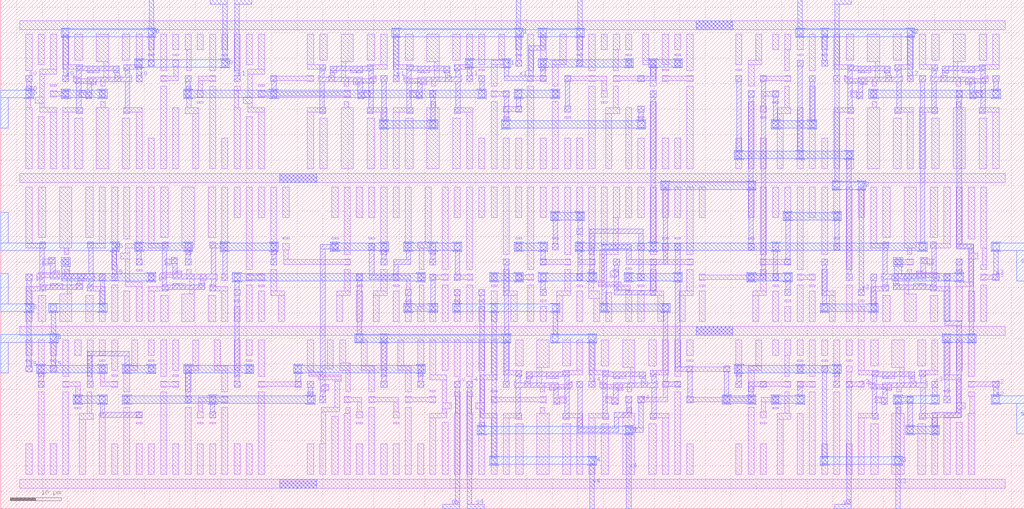
<source format=lef>
VERSION 5.3 ;
   NAMESCASESENSITIVE ON ;
   NOWIREEXTENSIONATPIN ON ;
   DIVIDERCHAR "/" ;
   BUSBITCHARS "[]" ;
UNITS
   DATABASE MICRONS 1000 ;
END UNITS

MACRO adder
   CLASS BLOCK ;
   FOREIGN adder ;
   ORIGIN 3.1500 3.4500 ;
   SIZE 200.7000 BY 99.9000 ;
   PIN x0
      PORT
         LAYER metal1 ;
	    RECT 40.2000 83.4000 41.4000 84.6000 ;
	    RECT 23.4000 80.4000 24.6000 81.6000 ;
         LAYER metal2 ;
	    RECT 37.9500 95.5500 41.2500 96.4500 ;
	    RECT 40.3500 84.6000 41.2500 95.5500 ;
	    RECT 23.4000 83.4000 24.6000 84.6000 ;
	    RECT 40.2000 83.4000 41.4000 84.6000 ;
	    RECT 23.5500 81.6000 24.4500 83.4000 ;
	    RECT 23.4000 80.4000 24.6000 81.6000 ;
         LAYER metal3 ;
	    RECT 23.1000 84.7500 24.9000 84.9000 ;
	    RECT 39.9000 84.7500 41.7000 84.9000 ;
	    RECT 23.1000 83.2500 41.7000 84.7500 ;
	    RECT 23.1000 83.1000 24.9000 83.2500 ;
	    RECT 39.9000 83.1000 41.7000 83.2500 ;
      END
   END x0
   PIN x1
      PORT
         LAYER metal1 ;
	    RECT 109.8000 83.4000 111.0000 84.6000 ;
	    RECT 88.2000 80.4000 89.4000 81.6000 ;
         LAYER metal2 ;
	    RECT 109.9500 90.6000 110.8500 96.4500 ;
	    RECT 102.6000 89.4000 103.8000 90.6000 ;
	    RECT 109.8000 89.4000 111.0000 90.6000 ;
	    RECT 102.7500 87.4500 103.6500 89.4000 ;
	    RECT 100.3500 86.5500 103.6500 87.4500 ;
	    RECT 88.2000 83.4000 89.4000 84.6000 ;
	    RECT 95.4000 83.4000 96.6000 84.6000 ;
	    RECT 88.3500 81.6000 89.2500 83.4000 ;
	    RECT 88.2000 80.4000 89.4000 81.6000 ;
	    RECT 95.5500 81.4500 96.4500 83.4000 ;
	    RECT 100.3500 81.4500 101.2500 86.5500 ;
	    RECT 109.9500 84.6000 110.8500 89.4000 ;
	    RECT 109.8000 83.4000 111.0000 84.6000 ;
	    RECT 95.5500 80.5500 101.2500 81.4500 ;
         LAYER metal3 ;
	    RECT 102.3000 90.7500 104.1000 90.9000 ;
	    RECT 109.5000 90.7500 111.3000 90.9000 ;
	    RECT 102.3000 89.2500 111.3000 90.7500 ;
	    RECT 102.3000 89.1000 104.1000 89.2500 ;
	    RECT 109.5000 89.1000 111.3000 89.2500 ;
	    RECT 87.9000 84.7500 89.7000 84.9000 ;
	    RECT 95.1000 84.7500 96.9000 84.9000 ;
	    RECT 87.9000 83.2500 96.9000 84.7500 ;
	    RECT 87.9000 83.1000 89.7000 83.2500 ;
	    RECT 95.1000 83.1000 96.9000 83.2500 ;
      END
   END x1
   PIN x2
      PORT
         LAYER metal1 ;
	    RECT 157.8000 83.4000 159.0000 84.6000 ;
	    RECT 174.6000 80.4000 175.8000 81.6000 ;
         LAYER metal2 ;
	    RECT 153.1500 90.6000 154.0500 96.4500 ;
	    RECT 153.0000 89.4000 154.2000 90.6000 ;
	    RECT 157.8000 89.4000 159.0000 90.6000 ;
	    RECT 174.6000 89.4000 175.8000 90.6000 ;
	    RECT 157.9500 84.6000 158.8500 89.4000 ;
	    RECT 157.8000 83.4000 159.0000 84.6000 ;
	    RECT 174.7500 81.6000 175.6500 89.4000 ;
	    RECT 174.6000 80.4000 175.8000 81.6000 ;
         LAYER metal3 ;
	    RECT 152.7000 90.7500 154.5000 90.9000 ;
	    RECT 157.5000 90.7500 159.3000 90.9000 ;
	    RECT 174.3000 90.7500 176.1000 90.9000 ;
	    RECT 152.7000 89.2500 176.1000 90.7500 ;
	    RECT 152.7000 89.1000 154.5000 89.2500 ;
	    RECT 157.5000 89.1000 159.3000 89.2500 ;
	    RECT 174.3000 89.1000 176.1000 89.2500 ;
      END
   END x2
   PIN x3
      PORT
         LAYER metal1 ;
	    RECT 157.8000 23.4000 159.0000 24.6000 ;
	    RECT 179.4000 20.4000 180.6000 21.6000 ;
         LAYER metal2 ;
	    RECT 157.8000 23.4000 159.0000 24.6000 ;
	    RECT 157.9500 6.6000 158.8500 23.4000 ;
	    RECT 179.4000 20.4000 180.6000 21.6000 ;
	    RECT 179.5500 18.6000 180.4500 20.4000 ;
	    RECT 172.2000 17.4000 173.4000 18.6000 ;
	    RECT 179.4000 17.4000 180.6000 18.6000 ;
	    RECT 172.3500 6.6000 173.2500 17.4000 ;
	    RECT 157.8000 5.4000 159.0000 6.6000 ;
	    RECT 172.2000 5.4000 173.4000 6.6000 ;
	    RECT 172.3500 -3.4500 173.2500 5.4000 ;
         LAYER metal3 ;
	    RECT 171.9000 18.7500 173.7000 18.9000 ;
	    RECT 179.1000 18.7500 180.9000 18.9000 ;
	    RECT 171.9000 17.2500 180.9000 18.7500 ;
	    RECT 171.9000 17.1000 173.7000 17.2500 ;
	    RECT 179.1000 17.1000 180.9000 17.2500 ;
	    RECT 157.5000 6.7500 159.3000 6.9000 ;
	    RECT 171.9000 6.7500 173.7000 6.9000 ;
	    RECT 157.5000 5.2500 173.7000 6.7500 ;
	    RECT 157.5000 5.1000 159.3000 5.2500 ;
	    RECT 171.9000 5.1000 173.7000 5.2500 ;
      END
   END x3
   PIN x4
      PORT
         LAYER metal1 ;
	    RECT 90.6000 38.4000 91.8000 39.6000 ;
	    RECT 126.6000 20.4000 127.8000 21.6000 ;
	    RECT 121.8000 18.4500 123.0000 18.6000 ;
	    RECT 126.7500 18.4500 127.6500 20.4000 ;
	    RECT 121.8000 17.5500 127.6500 18.4500 ;
	    RECT 121.8000 17.4000 123.0000 17.5500 ;
         LAYER metal2 ;
	    RECT 90.6000 38.4000 91.8000 39.6000 ;
	    RECT 90.7500 12.6000 91.6500 38.4000 ;
	    RECT 121.8000 17.4000 123.0000 18.6000 ;
	    RECT 90.6000 11.4000 91.8000 12.6000 ;
	    RECT 119.4000 12.4500 120.6000 12.6000 ;
	    RECT 121.9500 12.4500 122.8500 17.4000 ;
	    RECT 119.4000 11.5500 122.8500 12.4500 ;
	    RECT 119.4000 11.4000 120.6000 11.5500 ;
	    RECT 119.5500 -3.4500 120.4500 11.4000 ;
         LAYER metal3 ;
	    RECT 90.3000 12.7500 92.1000 12.9000 ;
	    RECT 119.1000 12.7500 120.9000 12.9000 ;
	    RECT 90.3000 11.2500 120.9000 12.7500 ;
	    RECT 90.3000 11.1000 92.1000 11.2500 ;
	    RECT 119.1000 11.1000 120.9000 11.2500 ;
      END
   END x4
   PIN x5
      PORT
         LAYER metal1 ;
	    RECT 16.2000 41.4000 17.4000 42.6000 ;
	    RECT 6.6000 23.4000 7.8000 24.6000 ;
         LAYER metal2 ;
	    RECT 16.2000 41.4000 17.4000 42.6000 ;
	    RECT 16.3500 36.6000 17.2500 41.4000 ;
	    RECT 6.6000 35.4000 7.8000 36.6000 ;
	    RECT 16.2000 35.4000 17.4000 36.6000 ;
	    RECT 6.7500 30.6000 7.6500 35.4000 ;
	    RECT 6.6000 29.4000 7.8000 30.6000 ;
	    RECT 6.7500 24.6000 7.6500 29.4000 ;
	    RECT 6.6000 23.4000 7.8000 24.6000 ;
         LAYER metal3 ;
	    RECT 6.3000 36.7500 8.1000 36.9000 ;
	    RECT 15.9000 36.7500 17.7000 36.9000 ;
	    RECT 6.3000 35.2500 17.7000 36.7500 ;
	    RECT 6.3000 35.1000 8.1000 35.2500 ;
	    RECT 15.9000 35.1000 17.7000 35.2500 ;
	    RECT 6.3000 30.7500 8.1000 30.9000 ;
	    RECT -3.1500 29.2500 8.1000 30.7500 ;
	    RECT -3.1500 23.2500 -1.6500 29.2500 ;
	    RECT 6.3000 29.1000 8.1000 29.2500 ;
      END
   END x5
   PIN y0
      PORT
         LAYER metal1 ;
	    RECT 25.8000 83.4000 27.0000 84.6000 ;
	    RECT 9.0000 80.4000 10.2000 81.6000 ;
         LAYER metal2 ;
	    RECT 25.9500 90.6000 26.8500 96.4500 ;
	    RECT 9.0000 89.4000 10.2000 90.6000 ;
	    RECT 25.8000 89.4000 27.0000 90.6000 ;
	    RECT 9.1500 81.6000 10.0500 89.4000 ;
	    RECT 25.9500 84.6000 26.8500 89.4000 ;
	    RECT 25.8000 83.4000 27.0000 84.6000 ;
	    RECT 9.0000 80.4000 10.2000 81.6000 ;
         LAYER metal3 ;
	    RECT 8.7000 90.7500 10.5000 90.9000 ;
	    RECT 25.5000 90.7500 27.3000 90.9000 ;
	    RECT 8.7000 89.2500 27.3000 90.7500 ;
	    RECT 8.7000 89.1000 10.5000 89.2500 ;
	    RECT 25.5000 89.1000 27.3000 89.2500 ;
      END
   END y0
   PIN y1
      PORT
         LAYER metal1 ;
	    RECT 97.8000 83.4000 99.0000 84.6000 ;
	    RECT 73.8000 80.4000 75.0000 81.6000 ;
         LAYER metal2 ;
	    RECT 97.9500 90.6000 98.8500 96.4500 ;
	    RECT 73.8000 89.4000 75.0000 90.6000 ;
	    RECT 97.8000 89.4000 99.0000 90.6000 ;
	    RECT 73.9500 81.6000 74.8500 89.4000 ;
	    RECT 97.9500 84.6000 98.8500 89.4000 ;
	    RECT 97.8000 83.4000 99.0000 84.6000 ;
	    RECT 73.8000 80.4000 75.0000 81.6000 ;
         LAYER metal3 ;
	    RECT 73.5000 90.7500 75.3000 90.9000 ;
	    RECT 97.5000 90.7500 99.3000 90.9000 ;
	    RECT 73.5000 89.2500 99.3000 90.7500 ;
	    RECT 73.5000 89.1000 75.3000 89.2500 ;
	    RECT 97.5000 89.1000 99.3000 89.2500 ;
      END
   END y1
   PIN y2
      PORT
         LAYER metal1 ;
	    RECT 160.2000 80.4000 161.4000 81.6000 ;
	    RECT 165.0000 38.4000 166.2000 39.6000 ;
         LAYER metal2 ;
	    RECT 160.3500 95.5500 163.6500 96.4500 ;
	    RECT 160.3500 81.6000 161.2500 95.5500 ;
	    RECT 160.2000 80.4000 161.4000 81.6000 ;
	    RECT 160.3500 60.6000 161.2500 80.4000 ;
	    RECT 160.2000 59.4000 161.4000 60.6000 ;
	    RECT 165.0000 59.4000 166.2000 60.6000 ;
	    RECT 165.1500 39.6000 166.0500 59.4000 ;
	    RECT 165.0000 38.4000 166.2000 39.6000 ;
         LAYER metal3 ;
	    RECT 159.9000 60.7500 161.7000 60.9000 ;
	    RECT 164.7000 60.7500 166.5000 60.9000 ;
	    RECT 159.9000 59.2500 166.5000 60.7500 ;
	    RECT 159.9000 59.1000 161.7000 59.2500 ;
	    RECT 164.7000 59.1000 166.5000 59.2500 ;
      END
   END y2
   PIN y3
      PORT
         LAYER metal1 ;
	    RECT 162.6000 23.4000 163.8000 24.6000 ;
	    RECT 162.7500 21.6000 163.6500 23.4000 ;
	    RECT 162.6000 21.4500 163.8000 21.6000 ;
	    RECT 165.0000 21.4500 166.2000 21.6000 ;
	    RECT 162.6000 20.5500 166.2000 21.4500 ;
	    RECT 162.6000 20.4000 163.8000 20.5500 ;
	    RECT 165.0000 20.4000 166.2000 20.5500 ;
         LAYER metal2 ;
	    RECT 162.6000 20.4000 163.8000 21.6000 ;
	    RECT 162.7500 -2.5500 163.6500 20.4000 ;
	    RECT 160.3500 -3.4500 163.6500 -2.5500 ;
      END
   END y3
   PIN y4
      PORT
         LAYER metal1 ;
	    RECT 85.8000 38.4000 87.0000 39.6000 ;
	    RECT 112.2000 20.4000 113.4000 21.6000 ;
         LAYER metal2 ;
	    RECT 85.8000 38.4000 87.0000 39.6000 ;
	    RECT 85.9500 36.6000 86.8500 38.4000 ;
	    RECT 85.8000 35.4000 87.0000 36.6000 ;
	    RECT 93.0000 35.4000 94.2000 36.6000 ;
	    RECT 105.0000 35.4000 106.2000 36.6000 ;
	    RECT 93.1500 6.6000 94.0500 35.4000 ;
	    RECT 105.1500 30.6000 106.0500 35.4000 ;
	    RECT 105.0000 29.4000 106.2000 30.6000 ;
	    RECT 112.2000 29.4000 113.4000 30.6000 ;
	    RECT 112.3500 21.6000 113.2500 29.4000 ;
	    RECT 112.2000 20.4000 113.4000 21.6000 ;
	    RECT 93.0000 5.4000 94.2000 6.6000 ;
	    RECT 112.2000 5.4000 113.4000 6.6000 ;
	    RECT 112.3500 -3.4500 113.2500 5.4000 ;
         LAYER metal3 ;
	    RECT 85.5000 36.7500 87.3000 36.9000 ;
	    RECT 92.7000 36.7500 94.5000 36.9000 ;
	    RECT 104.7000 36.7500 106.5000 36.9000 ;
	    RECT 85.5000 35.2500 106.5000 36.7500 ;
	    RECT 85.5000 35.1000 87.3000 35.2500 ;
	    RECT 92.7000 35.1000 94.5000 35.2500 ;
	    RECT 104.7000 35.1000 106.5000 35.2500 ;
	    RECT 104.7000 30.7500 106.5000 30.9000 ;
	    RECT 111.9000 30.7500 113.7000 30.9000 ;
	    RECT 104.7000 29.2500 113.7000 30.7500 ;
	    RECT 104.7000 29.1000 106.5000 29.2500 ;
	    RECT 111.9000 29.1000 113.7000 29.2500 ;
	    RECT 92.7000 6.7500 94.5000 6.9000 ;
	    RECT 111.9000 6.7500 113.7000 6.9000 ;
	    RECT 92.7000 5.2500 113.7000 6.7500 ;
	    RECT 92.7000 5.1000 94.5000 5.2500 ;
	    RECT 111.9000 5.1000 113.7000 5.2500 ;
      END
   END y4
   PIN y5
      PORT
         LAYER metal1 ;
	    RECT 1.8000 41.4000 3.0000 42.6000 ;
	    RECT 1.8000 23.4000 3.0000 24.6000 ;
         LAYER metal2 ;
	    RECT 1.8000 41.4000 3.0000 42.6000 ;
	    RECT 1.9500 36.6000 2.8500 41.4000 ;
	    RECT 1.8000 35.4000 3.0000 36.6000 ;
	    RECT 1.9500 24.6000 2.8500 35.4000 ;
	    RECT 1.8000 23.4000 3.0000 24.6000 ;
         LAYER metal3 ;
	    RECT -3.1500 36.7500 -1.6500 42.7500 ;
	    RECT 1.5000 36.7500 3.3000 36.9000 ;
	    RECT -3.1500 35.2500 3.3000 36.7500 ;
	    RECT 1.5000 35.1000 3.3000 35.2500 ;
      END
   END y5
   PIN s0
      PORT
         LAYER metal1 ;
	    RECT 1.8000 80.4000 3.0000 81.6000 ;
         LAYER metal2 ;
	    RECT 1.8000 80.4000 3.0000 81.6000 ;
	    RECT 1.9500 78.6000 2.8500 80.4000 ;
	    RECT 1.8000 77.4000 3.0000 78.6000 ;
         LAYER metal3 ;
	    RECT 1.5000 78.7500 3.3000 78.9000 ;
	    RECT -3.1500 77.2500 3.3000 78.7500 ;
	    RECT -3.1500 71.2500 -1.6500 77.2500 ;
	    RECT 1.5000 77.1000 3.3000 77.2500 ;
      END
   END s0
   PIN s1
      PORT
         LAYER metal1 ;
	    RECT 42.6000 80.4000 43.8000 81.6000 ;
         LAYER metal2 ;
	    RECT 42.7500 95.5500 46.0500 96.4500 ;
	    RECT 42.7500 81.6000 43.6500 95.5500 ;
	    RECT 42.6000 80.4000 43.8000 81.6000 ;
      END
   END s1
   PIN s2
      PORT
         LAYER metal1 ;
	    RECT 186.6000 21.4500 187.8000 21.6000 ;
	    RECT 191.4000 21.4500 192.6000 21.6000 ;
	    RECT 186.6000 20.5500 192.6000 21.4500 ;
	    RECT 186.6000 20.4000 187.8000 20.5500 ;
	    RECT 191.4000 20.4000 192.6000 20.5500 ;
         LAYER metal2 ;
	    RECT 191.4000 20.4000 192.6000 21.6000 ;
	    RECT 191.5500 18.6000 192.4500 20.4000 ;
	    RECT 191.4000 17.4000 192.6000 18.6000 ;
         LAYER metal3 ;
	    RECT 191.1000 18.7500 192.9000 18.9000 ;
	    RECT 191.1000 17.2500 197.5500 18.7500 ;
	    RECT 191.1000 17.1000 192.9000 17.2500 ;
	    RECT 196.0500 11.2500 197.5500 17.2500 ;
      END
   END s2
   PIN s3
      PORT
         LAYER metal1 ;
	    RECT 189.0000 42.4500 190.2000 42.6000 ;
	    RECT 191.4000 42.4500 192.6000 42.6000 ;
	    RECT 189.0000 41.5500 192.6000 42.4500 ;
	    RECT 189.0000 41.4000 190.2000 41.5500 ;
	    RECT 191.4000 41.4000 192.6000 41.5500 ;
         LAYER metal2 ;
	    RECT 191.4000 47.4000 192.6000 48.6000 ;
	    RECT 191.5500 42.6000 192.4500 47.4000 ;
	    RECT 191.4000 41.4000 192.6000 42.6000 ;
         LAYER metal3 ;
	    RECT 191.1000 48.7500 192.9000 48.9000 ;
	    RECT 191.1000 47.2500 197.5500 48.7500 ;
	    RECT 191.1000 47.1000 192.9000 47.2500 ;
	    RECT 196.0500 41.2500 197.5500 47.2500 ;
      END
   END s3
   PIN s4
      PORT
         LAYER metal1 ;
	    RECT 88.2000 20.4000 89.4000 21.6000 ;
         LAYER metal2 ;
	    RECT 88.2000 20.4000 89.4000 21.6000 ;
	    RECT 88.3500 -2.5500 89.2500 20.4000 ;
	    RECT 88.3500 -3.4500 91.6500 -2.5500 ;
      END
   END s4
   PIN s5
      PORT
         LAYER metal1 ;
	    RECT 18.6000 41.4000 19.8000 42.6000 ;
         LAYER metal2 ;
	    RECT 18.6000 47.4000 19.8000 48.6000 ;
	    RECT 18.7500 42.6000 19.6500 47.4000 ;
	    RECT 18.6000 41.4000 19.8000 42.6000 ;
         LAYER metal3 ;
	    RECT -3.1500 48.7500 -1.6500 54.7500 ;
	    RECT 18.3000 48.7500 20.1000 48.9000 ;
	    RECT -3.1500 47.2500 20.1000 48.7500 ;
	    RECT 18.3000 47.1000 20.1000 47.2500 ;
      END
   END s5
   PIN ov
      PORT
         LAYER metal1 ;
	    RECT 85.8000 20.4000 87.0000 21.6000 ;
         LAYER metal2 ;
	    RECT 85.8000 20.4000 87.0000 21.6000 ;
	    RECT 85.9500 -2.5500 86.8500 20.4000 ;
	    RECT 83.5500 -3.4500 86.8500 -2.5500 ;
      END
   END ov
   OBS
         LAYER metal1 ;
	    RECT 0.6000 90.6000 193.8000 92.4000 ;
	    RECT 1.8000 82.5000 3.0000 89.7000 ;
	    RECT 4.2000 83.7000 5.4000 89.7000 ;
	    RECT 6.6000 82.8000 7.8000 89.7000 ;
	    RECT 9.0000 83.7000 10.2000 89.7000 ;
	    RECT 11.4000 84.6000 12.9000 89.7000 ;
	    RECT 15.6000 84.3000 18.0000 89.7000 ;
	    RECT 20.7000 84.6000 22.2000 89.7000 ;
	    RECT 9.0000 82.8000 12.9000 83.7000 ;
	    RECT 4.5000 81.9000 7.8000 82.8000 ;
	    RECT 11.7000 82.5000 12.9000 82.8000 ;
	    RECT 13.8000 82.2000 16.2000 83.4000 ;
	    RECT 1.8000 78.6000 3.0000 79.5000 ;
	    RECT 1.8000 75.3000 2.7000 78.6000 ;
	    RECT 4.5000 77.4000 5.4000 81.9000 ;
	    RECT 11.1000 81.3000 11.4000 81.6000 ;
	    RECT 17.1000 81.3000 18.0000 84.3000 ;
	    RECT 23.4000 83.7000 24.6000 89.7000 ;
	    RECT 25.8000 86.7000 27.0000 89.7000 ;
	    RECT 25.8000 85.5000 27.0000 85.8000 ;
	    RECT 18.9000 82.2000 20.1000 83.4000 ;
	    RECT 21.0000 82.8000 24.6000 83.7000 ;
	    RECT 21.0000 82.5000 22.2000 82.8000 ;
	    RECT 28.2000 82.5000 29.4000 89.7000 ;
	    RECT 30.6000 86.7000 31.8000 89.7000 ;
	    RECT 33.0000 86.7000 34.2000 89.7000 ;
	    RECT 35.4000 86.7000 36.6000 89.7000 ;
	    RECT 30.6000 85.5000 31.8000 85.8000 ;
	    RECT 30.6000 83.4000 31.8000 84.6000 ;
	    RECT 11.1000 81.0000 12.3000 81.3000 ;
	    RECT 11.1000 80.4000 15.6000 81.0000 ;
	    RECT 11.4000 80.1000 15.6000 80.4000 ;
	    RECT 14.4000 79.8000 15.6000 80.1000 ;
	    RECT 16.5000 80.4000 18.0000 81.3000 ;
	    RECT 19.2000 81.6000 20.1000 82.2000 ;
	    RECT 19.2000 80.4000 20.4000 81.6000 ;
	    RECT 22.2000 80.4000 22.5000 81.6000 ;
	    RECT 28.2000 81.4500 29.4000 81.6000 ;
	    RECT 30.7500 81.4500 31.6500 83.4000 ;
	    RECT 33.3000 82.5000 34.2000 86.7000 ;
	    RECT 37.8000 82.5000 39.0000 89.7000 ;
	    RECT 40.2000 86.7000 41.4000 89.7000 ;
	    RECT 40.2000 85.5000 41.4000 85.8000 ;
	    RECT 42.6000 82.5000 43.8000 89.7000 ;
	    RECT 45.0000 83.7000 46.2000 89.7000 ;
	    RECT 47.4000 82.8000 48.6000 89.7000 ;
	    RECT 57.0000 83.7000 58.2000 89.7000 ;
	    RECT 59.4000 84.6000 60.9000 89.7000 ;
	    RECT 63.6000 84.3000 66.0000 89.7000 ;
	    RECT 68.7000 84.6000 70.2000 89.7000 ;
	    RECT 57.0000 82.8000 60.6000 83.7000 ;
	    RECT 45.3000 81.9000 48.6000 82.8000 ;
	    RECT 59.4000 82.5000 60.6000 82.8000 ;
	    RECT 61.5000 82.2000 62.7000 83.4000 ;
	    RECT 28.2000 80.5500 31.6500 81.4500 ;
	    RECT 28.2000 80.4000 29.4000 80.5500 ;
	    RECT 33.0000 80.4000 34.2000 81.6000 ;
	    RECT 37.8000 81.4500 39.0000 81.6000 ;
	    RECT 35.5500 80.5500 39.0000 81.4500 ;
	    RECT 6.6000 79.5000 7.8000 79.8000 ;
	    RECT 16.5000 79.5000 17.4000 80.4000 ;
	    RECT 6.6000 78.4500 7.8000 78.6000 ;
	    RECT 9.0000 78.4500 10.2000 78.6000 ;
	    RECT 6.6000 77.5500 10.2000 78.4500 ;
	    RECT 6.6000 77.4000 7.8000 77.5500 ;
	    RECT 9.0000 77.4000 10.2000 77.5500 ;
	    RECT 12.3000 78.3000 13.5000 78.6000 ;
	    RECT 12.3000 77.4000 14.7000 78.3000 ;
	    RECT 16.2000 77.4000 17.4000 78.6000 ;
	    RECT 3.6000 76.2000 5.4000 77.4000 ;
	    RECT 13.5000 77.1000 14.7000 77.4000 ;
	    RECT 4.5000 75.3000 5.4000 76.2000 ;
	    RECT 16.5000 75.3000 17.4000 76.5000 ;
	    RECT 1.8000 63.3000 3.0000 75.3000 ;
	    RECT 4.5000 74.4000 7.8000 75.3000 ;
	    RECT 4.2000 63.3000 5.4000 73.5000 ;
	    RECT 6.6000 63.3000 7.8000 74.4000 ;
	    RECT 9.0000 74.4000 12.9000 75.3000 ;
	    RECT 9.0000 63.3000 10.2000 74.4000 ;
	    RECT 11.7000 74.1000 12.9000 74.4000 ;
	    RECT 11.4000 63.3000 12.9000 73.2000 ;
	    RECT 15.6000 63.3000 18.0000 75.3000 ;
	    RECT 21.0000 74.4000 24.6000 75.3000 ;
	    RECT 21.0000 74.1000 22.2000 74.4000 ;
	    RECT 20.7000 63.3000 22.2000 73.2000 ;
	    RECT 23.4000 63.3000 24.6000 74.4000 ;
	    RECT 25.8000 63.3000 27.0000 69.3000 ;
	    RECT 28.2000 63.3000 29.4000 79.5000 ;
	    RECT 33.3000 75.3000 34.2000 79.5000 ;
	    RECT 35.5500 78.6000 36.4500 80.5500 ;
	    RECT 37.8000 80.4000 39.0000 80.5500 ;
	    RECT 35.4000 77.4000 36.6000 78.6000 ;
	    RECT 35.4000 76.2000 36.6000 76.5000 ;
	    RECT 30.6000 63.3000 31.8000 75.3000 ;
	    RECT 33.0000 74.1000 35.7000 75.3000 ;
	    RECT 34.5000 63.3000 35.7000 74.1000 ;
	    RECT 37.8000 63.3000 39.0000 79.5000 ;
	    RECT 42.6000 78.6000 43.8000 79.5000 ;
	    RECT 42.6000 75.3000 43.5000 78.6000 ;
	    RECT 45.3000 77.4000 46.2000 81.9000 ;
	    RECT 61.5000 81.6000 62.4000 82.2000 ;
	    RECT 49.8000 81.4500 51.0000 81.6000 ;
	    RECT 57.0000 81.4500 58.2000 81.6000 ;
	    RECT 49.8000 80.5500 58.2000 81.4500 ;
	    RECT 49.8000 80.4000 51.0000 80.5500 ;
	    RECT 57.0000 80.4000 58.2000 80.5500 ;
	    RECT 59.1000 80.4000 59.4000 81.6000 ;
	    RECT 61.2000 80.4000 62.4000 81.6000 ;
	    RECT 63.6000 81.3000 64.5000 84.3000 ;
	    RECT 71.4000 83.7000 72.6000 89.7000 ;
	    RECT 65.4000 82.2000 67.8000 83.4000 ;
	    RECT 68.7000 82.8000 72.6000 83.7000 ;
	    RECT 73.8000 83.7000 75.0000 89.7000 ;
	    RECT 76.2000 84.6000 77.7000 89.7000 ;
	    RECT 80.4000 84.3000 82.8000 89.7000 ;
	    RECT 85.5000 84.6000 87.0000 89.7000 ;
	    RECT 73.8000 82.8000 77.7000 83.7000 ;
	    RECT 68.7000 82.5000 69.9000 82.8000 ;
	    RECT 76.5000 82.5000 77.7000 82.8000 ;
	    RECT 78.6000 82.2000 81.0000 83.4000 ;
	    RECT 70.2000 81.3000 70.5000 81.6000 ;
	    RECT 63.6000 80.4000 65.1000 81.3000 ;
	    RECT 69.3000 81.0000 70.5000 81.3000 ;
	    RECT 47.4000 79.5000 48.6000 79.8000 ;
	    RECT 64.2000 79.5000 65.1000 80.4000 ;
	    RECT 66.0000 80.4000 70.5000 81.0000 ;
	    RECT 71.4000 80.4000 72.6000 81.6000 ;
	    RECT 75.9000 81.3000 76.2000 81.6000 ;
	    RECT 81.9000 81.3000 82.8000 84.3000 ;
	    RECT 88.2000 83.7000 89.4000 89.7000 ;
	    RECT 90.6000 83.7000 91.8000 89.7000 ;
	    RECT 94.5000 84.6000 95.7000 89.7000 ;
	    RECT 97.8000 86.7000 99.0000 89.7000 ;
	    RECT 97.8000 85.5000 99.0000 85.8000 ;
	    RECT 93.0000 83.7000 95.7000 84.6000 ;
	    RECT 83.7000 82.2000 84.9000 83.4000 ;
	    RECT 85.8000 82.8000 89.4000 83.7000 ;
	    RECT 85.8000 82.5000 87.0000 82.8000 ;
	    RECT 90.6000 82.5000 91.8000 82.8000 ;
	    RECT 75.9000 81.0000 77.1000 81.3000 ;
	    RECT 75.9000 80.4000 80.4000 81.0000 ;
	    RECT 66.0000 80.1000 70.2000 80.4000 ;
	    RECT 76.2000 80.1000 80.4000 80.4000 ;
	    RECT 66.0000 79.8000 67.2000 80.1000 ;
	    RECT 79.2000 79.8000 80.4000 80.1000 ;
	    RECT 81.3000 80.4000 82.8000 81.3000 ;
	    RECT 84.0000 81.6000 84.9000 82.2000 ;
	    RECT 84.0000 80.4000 85.2000 81.6000 ;
	    RECT 87.0000 80.4000 87.3000 81.6000 ;
	    RECT 90.6000 80.4000 91.8000 81.6000 ;
	    RECT 81.3000 79.5000 82.2000 80.4000 ;
	    RECT 93.0000 79.5000 94.2000 83.7000 ;
	    RECT 100.2000 82.5000 101.4000 89.7000 ;
	    RECT 102.6000 83.7000 103.8000 89.7000 ;
	    RECT 106.5000 84.6000 107.7000 89.7000 ;
	    RECT 109.8000 86.7000 111.0000 89.7000 ;
	    RECT 109.8000 85.5000 111.0000 85.8000 ;
	    RECT 105.0000 83.7000 107.7000 84.6000 ;
	    RECT 102.6000 82.5000 103.8000 82.8000 ;
	    RECT 100.2000 81.4500 101.4000 81.6000 ;
	    RECT 102.6000 81.4500 103.8000 81.6000 ;
	    RECT 100.2000 80.5500 103.8000 81.4500 ;
	    RECT 100.2000 80.4000 101.4000 80.5500 ;
	    RECT 102.6000 80.4000 103.8000 80.5500 ;
	    RECT 105.0000 79.5000 106.2000 83.7000 ;
	    RECT 112.2000 82.5000 113.4000 89.7000 ;
	    RECT 114.6000 86.7000 115.8000 89.7000 ;
	    RECT 117.0000 86.7000 118.2000 89.7000 ;
	    RECT 119.4000 86.7000 120.6000 89.7000 ;
	    RECT 117.0000 82.5000 117.9000 86.7000 ;
	    RECT 119.4000 85.5000 120.6000 85.8000 ;
	    RECT 122.7000 84.6000 123.9000 89.7000 ;
	    RECT 119.4000 83.4000 120.6000 84.6000 ;
	    RECT 122.7000 83.7000 125.4000 84.6000 ;
	    RECT 126.6000 83.7000 127.8000 89.7000 ;
	    RECT 129.0000 86.7000 130.2000 89.7000 ;
	    RECT 129.0000 85.5000 130.2000 85.8000 ;
	    RECT 107.4000 81.4500 108.6000 81.6000 ;
	    RECT 112.2000 81.4500 113.4000 81.6000 ;
	    RECT 117.0000 81.4500 118.2000 81.6000 ;
	    RECT 121.8000 81.4500 123.0000 81.6000 ;
	    RECT 107.4000 80.5500 115.6500 81.4500 ;
	    RECT 107.4000 80.4000 108.6000 80.5500 ;
	    RECT 112.2000 80.4000 113.4000 80.5500 ;
	    RECT 47.4000 78.4500 48.6000 78.6000 ;
	    RECT 64.2000 78.4500 65.4000 78.6000 ;
	    RECT 47.4000 77.5500 65.4000 78.4500 ;
	    RECT 68.1000 78.3000 69.3000 78.6000 ;
	    RECT 47.4000 77.4000 48.6000 77.5500 ;
	    RECT 64.2000 77.4000 65.4000 77.5500 ;
	    RECT 66.9000 77.4000 69.3000 78.3000 ;
	    RECT 77.1000 78.3000 78.3000 78.6000 ;
	    RECT 77.1000 77.4000 79.5000 78.3000 ;
	    RECT 81.0000 77.4000 82.2000 78.6000 ;
	    RECT 93.0000 78.4500 94.2000 78.6000 ;
	    RECT 95.4000 78.4500 96.6000 78.6000 ;
	    RECT 93.0000 77.5500 96.6000 78.4500 ;
	    RECT 93.0000 77.4000 94.2000 77.5500 ;
	    RECT 95.4000 77.4000 96.6000 77.5500 ;
	    RECT 44.4000 76.2000 46.2000 77.4000 ;
	    RECT 66.9000 77.1000 68.1000 77.4000 ;
	    RECT 78.3000 77.1000 79.5000 77.4000 ;
	    RECT 45.3000 75.3000 46.2000 76.2000 ;
	    RECT 64.2000 75.3000 65.1000 76.5000 ;
	    RECT 81.3000 75.3000 82.2000 76.5000 ;
	    RECT 40.2000 63.3000 41.4000 69.3000 ;
	    RECT 42.6000 63.3000 43.8000 75.3000 ;
	    RECT 45.3000 74.4000 48.6000 75.3000 ;
	    RECT 45.0000 63.3000 46.2000 73.5000 ;
	    RECT 47.4000 63.3000 48.6000 74.4000 ;
	    RECT 57.0000 74.4000 60.6000 75.3000 ;
	    RECT 57.0000 63.3000 58.2000 74.4000 ;
	    RECT 59.4000 74.1000 60.6000 74.4000 ;
	    RECT 59.4000 63.3000 60.9000 73.2000 ;
	    RECT 63.6000 63.3000 66.0000 75.3000 ;
	    RECT 68.7000 74.4000 72.6000 75.3000 ;
	    RECT 68.7000 74.1000 69.9000 74.4000 ;
	    RECT 68.7000 63.3000 70.2000 73.2000 ;
	    RECT 71.4000 63.3000 72.6000 74.4000 ;
	    RECT 73.8000 74.4000 77.7000 75.3000 ;
	    RECT 73.8000 63.3000 75.0000 74.4000 ;
	    RECT 76.5000 74.1000 77.7000 74.4000 ;
	    RECT 76.2000 63.3000 77.7000 73.2000 ;
	    RECT 80.4000 63.3000 82.8000 75.3000 ;
	    RECT 85.8000 74.4000 89.4000 75.3000 ;
	    RECT 85.8000 74.1000 87.0000 74.4000 ;
	    RECT 85.5000 63.3000 87.0000 73.2000 ;
	    RECT 88.2000 63.3000 89.4000 74.4000 ;
	    RECT 90.6000 63.3000 91.8000 69.3000 ;
	    RECT 93.0000 63.3000 94.2000 76.5000 ;
	    RECT 95.4000 75.4500 96.6000 75.6000 ;
	    RECT 97.8000 75.4500 99.0000 75.6000 ;
	    RECT 95.4000 74.5500 99.0000 75.4500 ;
	    RECT 95.4000 74.4000 96.6000 74.5500 ;
	    RECT 97.8000 74.4000 99.0000 74.5500 ;
	    RECT 95.4000 73.2000 96.6000 73.5000 ;
	    RECT 95.4000 63.3000 96.6000 69.3000 ;
	    RECT 97.8000 63.3000 99.0000 69.3000 ;
	    RECT 100.2000 63.3000 101.4000 79.5000 ;
	    RECT 105.0000 77.4000 106.2000 78.6000 ;
	    RECT 102.6000 63.3000 103.8000 69.3000 ;
	    RECT 105.0000 63.3000 106.2000 76.5000 ;
	    RECT 107.4000 74.4000 108.6000 75.6000 ;
	    RECT 107.4000 73.2000 108.6000 73.5000 ;
	    RECT 107.4000 63.3000 108.6000 69.3000 ;
	    RECT 109.8000 63.3000 111.0000 69.3000 ;
	    RECT 112.2000 63.3000 113.4000 79.5000 ;
	    RECT 114.7500 78.6000 115.6500 80.5500 ;
	    RECT 117.0000 80.5500 123.0000 81.4500 ;
	    RECT 117.0000 80.4000 118.2000 80.5500 ;
	    RECT 121.8000 80.4000 123.0000 80.5500 ;
	    RECT 124.2000 79.5000 125.4000 83.7000 ;
	    RECT 129.0000 83.4000 130.2000 84.6000 ;
	    RECT 126.6000 82.5000 127.8000 82.8000 ;
	    RECT 131.4000 82.5000 132.6000 89.7000 ;
	    RECT 141.0000 83.7000 142.2000 89.7000 ;
	    RECT 144.9000 84.6000 146.1000 89.7000 ;
	    RECT 148.2000 86.7000 149.4000 89.7000 ;
	    RECT 150.6000 86.7000 151.8000 89.7000 ;
	    RECT 153.0000 86.7000 154.2000 89.7000 ;
	    RECT 143.4000 83.7000 146.1000 84.6000 ;
	    RECT 141.0000 82.5000 142.2000 82.8000 ;
	    RECT 126.6000 81.4500 127.8000 81.6000 ;
	    RECT 131.4000 81.4500 132.6000 81.6000 ;
	    RECT 126.6000 80.5500 132.6000 81.4500 ;
	    RECT 126.6000 80.4000 127.8000 80.5500 ;
	    RECT 131.4000 80.4000 132.6000 80.5500 ;
	    RECT 141.0000 80.4000 142.2000 81.6000 ;
	    RECT 143.4000 79.5000 144.6000 83.7000 ;
	    RECT 150.6000 82.5000 151.5000 86.7000 ;
	    RECT 153.0000 85.5000 154.2000 85.8000 ;
	    RECT 153.0000 83.4000 154.2000 84.6000 ;
	    RECT 155.4000 82.5000 156.6000 89.7000 ;
	    RECT 157.8000 86.7000 159.0000 89.7000 ;
	    RECT 157.8000 85.5000 159.0000 85.8000 ;
	    RECT 160.2000 83.7000 161.4000 89.7000 ;
	    RECT 162.6000 84.6000 164.1000 89.7000 ;
	    RECT 166.8000 84.3000 169.2000 89.7000 ;
	    RECT 171.9000 84.6000 173.4000 89.7000 ;
	    RECT 160.2000 82.8000 164.1000 83.7000 ;
	    RECT 162.9000 82.5000 164.1000 82.8000 ;
	    RECT 165.0000 82.2000 167.4000 83.4000 ;
	    RECT 145.8000 81.4500 147.0000 81.6000 ;
	    RECT 150.6000 81.4500 151.8000 81.6000 ;
	    RECT 145.8000 80.5500 151.8000 81.4500 ;
	    RECT 145.8000 80.4000 147.0000 80.5500 ;
	    RECT 150.6000 80.4000 151.8000 80.5500 ;
	    RECT 155.4000 80.4000 156.6000 81.6000 ;
	    RECT 162.3000 81.3000 162.6000 81.6000 ;
	    RECT 168.3000 81.3000 169.2000 84.3000 ;
	    RECT 174.6000 83.7000 175.8000 89.7000 ;
	    RECT 170.1000 82.2000 171.3000 83.4000 ;
	    RECT 172.2000 82.8000 175.8000 83.7000 ;
	    RECT 177.0000 83.7000 178.2000 89.7000 ;
	    RECT 179.4000 84.6000 180.9000 89.7000 ;
	    RECT 183.6000 84.3000 186.0000 89.7000 ;
	    RECT 188.7000 84.6000 190.2000 89.7000 ;
	    RECT 177.0000 82.8000 180.6000 83.7000 ;
	    RECT 172.2000 82.5000 173.4000 82.8000 ;
	    RECT 179.4000 82.5000 180.6000 82.8000 ;
	    RECT 162.3000 81.0000 163.5000 81.3000 ;
	    RECT 162.3000 80.4000 166.8000 81.0000 ;
	    RECT 162.6000 80.1000 166.8000 80.4000 ;
	    RECT 165.6000 79.8000 166.8000 80.1000 ;
	    RECT 167.7000 80.4000 169.2000 81.3000 ;
	    RECT 170.4000 81.6000 171.3000 82.2000 ;
	    RECT 181.5000 82.2000 182.7000 83.4000 ;
	    RECT 181.5000 81.6000 182.4000 82.2000 ;
	    RECT 170.4000 80.4000 171.6000 81.6000 ;
	    RECT 173.4000 80.4000 173.7000 81.6000 ;
	    RECT 177.0000 80.4000 178.2000 81.6000 ;
	    RECT 179.1000 80.4000 179.4000 81.6000 ;
	    RECT 181.2000 80.4000 182.4000 81.6000 ;
	    RECT 183.6000 81.3000 184.5000 84.3000 ;
	    RECT 191.4000 83.7000 192.6000 89.7000 ;
	    RECT 185.4000 82.2000 187.8000 83.4000 ;
	    RECT 188.7000 82.8000 192.6000 83.7000 ;
	    RECT 188.7000 82.5000 189.9000 82.8000 ;
	    RECT 190.2000 81.3000 190.5000 81.6000 ;
	    RECT 183.6000 80.4000 185.1000 81.3000 ;
	    RECT 189.3000 81.0000 190.5000 81.3000 ;
	    RECT 167.7000 79.5000 168.6000 80.4000 ;
	    RECT 184.2000 79.5000 185.1000 80.4000 ;
	    RECT 186.0000 80.4000 190.5000 81.0000 ;
	    RECT 191.4000 80.4000 192.6000 81.6000 ;
	    RECT 186.0000 80.1000 190.2000 80.4000 ;
	    RECT 186.0000 79.8000 187.2000 80.1000 ;
	    RECT 114.6000 77.4000 115.8000 78.6000 ;
	    RECT 114.6000 76.2000 115.8000 76.5000 ;
	    RECT 117.0000 75.3000 117.9000 79.5000 ;
	    RECT 124.2000 77.4000 125.4000 78.6000 ;
	    RECT 115.5000 74.1000 118.2000 75.3000 ;
	    RECT 115.5000 63.3000 116.7000 74.1000 ;
	    RECT 119.4000 63.3000 120.6000 75.3000 ;
	    RECT 121.8000 74.4000 123.0000 75.6000 ;
	    RECT 121.8000 73.2000 123.0000 73.5000 ;
	    RECT 121.8000 63.3000 123.0000 69.3000 ;
	    RECT 124.2000 63.3000 125.4000 76.5000 ;
	    RECT 126.6000 63.3000 127.8000 69.3000 ;
	    RECT 129.0000 63.3000 130.2000 69.3000 ;
	    RECT 131.4000 63.3000 132.6000 79.5000 ;
	    RECT 143.4000 77.4000 144.6000 78.6000 ;
	    RECT 148.2000 78.4500 149.4000 78.6000 ;
	    RECT 145.9500 77.5500 149.4000 78.4500 ;
	    RECT 141.0000 63.3000 142.2000 69.3000 ;
	    RECT 143.4000 63.3000 144.6000 76.5000 ;
	    RECT 145.9500 75.6000 146.8500 77.5500 ;
	    RECT 148.2000 77.4000 149.4000 77.5500 ;
	    RECT 148.2000 76.2000 149.4000 76.5000 ;
	    RECT 145.8000 74.4000 147.0000 75.6000 ;
	    RECT 150.6000 75.3000 151.5000 79.5000 ;
	    RECT 149.1000 74.1000 151.8000 75.3000 ;
	    RECT 145.8000 73.2000 147.0000 73.5000 ;
	    RECT 145.8000 63.3000 147.0000 69.3000 ;
	    RECT 149.1000 63.3000 150.3000 74.1000 ;
	    RECT 153.0000 63.3000 154.2000 75.3000 ;
	    RECT 155.4000 63.3000 156.6000 79.5000 ;
	    RECT 163.5000 78.3000 164.7000 78.6000 ;
	    RECT 163.5000 77.4000 165.9000 78.3000 ;
	    RECT 167.4000 77.4000 168.6000 78.6000 ;
	    RECT 184.2000 77.4000 185.4000 78.6000 ;
	    RECT 188.1000 78.3000 189.3000 78.6000 ;
	    RECT 186.9000 77.4000 189.3000 78.3000 ;
	    RECT 164.7000 77.1000 165.9000 77.4000 ;
	    RECT 186.9000 77.1000 188.1000 77.4000 ;
	    RECT 167.7000 75.3000 168.6000 76.5000 ;
	    RECT 184.2000 75.3000 185.1000 76.5000 ;
	    RECT 160.2000 74.4000 164.1000 75.3000 ;
	    RECT 157.8000 63.3000 159.0000 69.3000 ;
	    RECT 160.2000 63.3000 161.4000 74.4000 ;
	    RECT 162.9000 74.1000 164.1000 74.4000 ;
	    RECT 162.6000 63.3000 164.1000 73.2000 ;
	    RECT 166.8000 63.3000 169.2000 75.3000 ;
	    RECT 172.2000 74.4000 175.8000 75.3000 ;
	    RECT 172.2000 74.1000 173.4000 74.4000 ;
	    RECT 171.9000 63.3000 173.4000 73.2000 ;
	    RECT 174.6000 63.3000 175.8000 74.4000 ;
	    RECT 177.0000 74.4000 180.6000 75.3000 ;
	    RECT 177.0000 63.3000 178.2000 74.4000 ;
	    RECT 179.4000 74.1000 180.6000 74.4000 ;
	    RECT 179.4000 63.3000 180.9000 73.2000 ;
	    RECT 183.6000 63.3000 186.0000 75.3000 ;
	    RECT 188.7000 74.4000 192.6000 75.3000 ;
	    RECT 188.7000 74.1000 189.9000 74.4000 ;
	    RECT 188.7000 63.3000 190.2000 73.2000 ;
	    RECT 191.4000 63.3000 192.6000 74.4000 ;
	    RECT 0.6000 60.6000 193.8000 62.4000 ;
	    RECT 1.8000 48.6000 3.0000 59.7000 ;
	    RECT 4.2000 49.8000 5.7000 59.7000 ;
	    RECT 4.5000 48.6000 5.7000 48.9000 ;
	    RECT 1.8000 47.7000 5.7000 48.6000 ;
	    RECT 8.4000 47.7000 10.8000 59.7000 ;
	    RECT 13.5000 49.8000 15.0000 59.7000 ;
	    RECT 13.8000 48.6000 15.0000 48.9000 ;
	    RECT 16.2000 48.6000 17.4000 59.7000 ;
	    RECT 13.8000 47.7000 17.4000 48.6000 ;
	    RECT 18.6000 47.7000 19.8000 59.7000 ;
	    RECT 21.0000 49.5000 22.2000 59.7000 ;
	    RECT 23.4000 48.6000 24.6000 59.7000 ;
	    RECT 21.3000 47.7000 24.6000 48.6000 ;
	    RECT 25.8000 48.6000 27.0000 59.7000 ;
	    RECT 28.2000 49.8000 29.7000 59.7000 ;
	    RECT 28.5000 48.6000 29.7000 48.9000 ;
	    RECT 25.8000 47.7000 29.7000 48.6000 ;
	    RECT 32.4000 47.7000 34.8000 59.7000 ;
	    RECT 37.5000 49.8000 39.0000 59.7000 ;
	    RECT 37.8000 48.6000 39.0000 48.9000 ;
	    RECT 40.2000 48.6000 41.4000 59.7000 ;
	    RECT 42.6000 53.7000 43.8000 59.7000 ;
	    RECT 37.8000 47.7000 41.4000 48.6000 ;
	    RECT 9.3000 46.5000 10.2000 47.7000 ;
	    RECT 6.3000 45.6000 7.5000 45.9000 ;
	    RECT 5.1000 44.7000 7.5000 45.6000 ;
	    RECT 5.1000 44.4000 6.3000 44.7000 ;
	    RECT 9.0000 44.4000 10.2000 45.6000 ;
	    RECT 18.6000 44.4000 19.5000 47.7000 ;
	    RECT 21.3000 46.8000 22.2000 47.7000 ;
	    RECT 20.4000 45.6000 22.2000 46.8000 ;
	    RECT 33.3000 46.5000 34.2000 47.7000 ;
	    RECT 30.3000 45.6000 31.5000 45.9000 ;
	    RECT 18.6000 43.5000 19.8000 44.4000 ;
	    RECT 7.2000 42.9000 8.4000 43.2000 ;
	    RECT 4.2000 42.6000 8.4000 42.9000 ;
	    RECT 3.9000 42.0000 8.4000 42.6000 ;
	    RECT 9.3000 42.6000 10.2000 43.5000 ;
	    RECT 3.9000 41.7000 5.1000 42.0000 ;
	    RECT 9.3000 41.7000 10.8000 42.6000 ;
	    RECT 3.9000 41.4000 4.2000 41.7000 ;
	    RECT 4.5000 40.2000 5.7000 40.5000 ;
	    RECT 1.8000 39.3000 5.7000 40.2000 ;
	    RECT 6.6000 39.6000 9.0000 40.8000 ;
	    RECT 1.8000 33.3000 3.0000 39.3000 ;
	    RECT 9.9000 38.7000 10.8000 41.7000 ;
	    RECT 12.0000 41.4000 13.2000 42.6000 ;
	    RECT 15.0000 41.4000 15.3000 42.6000 ;
	    RECT 12.0000 40.8000 12.9000 41.4000 ;
	    RECT 11.7000 39.6000 12.9000 40.8000 ;
	    RECT 21.3000 41.1000 22.2000 45.6000 ;
	    RECT 23.4000 44.4000 24.6000 45.6000 ;
	    RECT 29.1000 44.7000 31.5000 45.6000 ;
	    RECT 29.1000 44.4000 30.3000 44.7000 ;
	    RECT 33.0000 44.4000 34.2000 45.6000 ;
	    RECT 45.0000 43.5000 46.2000 59.7000 ;
	    RECT 47.4000 53.7000 48.6000 59.7000 ;
	    RECT 49.8000 46.5000 51.0000 59.7000 ;
	    RECT 52.2000 53.7000 53.4000 59.7000 ;
	    RECT 61.8000 53.7000 63.0000 59.7000 ;
	    RECT 52.2000 49.5000 53.4000 49.8000 ;
	    RECT 61.8000 49.5000 63.0000 49.8000 ;
	    RECT 52.2000 47.4000 53.4000 48.6000 ;
	    RECT 61.8000 47.4000 63.0000 48.6000 ;
	    RECT 49.8000 44.4000 51.0000 45.6000 ;
	    RECT 52.3500 45.4500 53.2500 47.4000 ;
	    RECT 64.2000 46.5000 65.4000 59.7000 ;
	    RECT 66.6000 53.7000 67.8000 59.7000 ;
	    RECT 69.0000 53.7000 70.2000 59.7000 ;
	    RECT 69.0000 49.5000 70.2000 49.8000 ;
	    RECT 69.0000 47.4000 70.2000 48.6000 ;
	    RECT 71.4000 46.5000 72.6000 59.7000 ;
	    RECT 73.8000 53.7000 75.0000 59.7000 ;
	    RECT 76.2000 47.7000 77.4000 59.7000 ;
	    RECT 80.1000 48.9000 81.3000 59.7000 ;
	    RECT 78.6000 47.7000 81.3000 48.9000 ;
	    RECT 64.2000 45.4500 65.4000 45.6000 ;
	    RECT 52.3500 44.5500 65.4000 45.4500 ;
	    RECT 64.2000 44.4000 65.4000 44.5500 ;
	    RECT 71.4000 44.4000 72.6000 45.6000 ;
	    RECT 78.9000 43.5000 79.8000 47.7000 ;
	    RECT 81.0000 46.5000 82.2000 46.8000 ;
	    RECT 81.0000 44.4000 82.2000 45.6000 ;
	    RECT 83.4000 43.5000 84.6000 59.7000 ;
	    RECT 85.8000 53.7000 87.0000 59.7000 ;
	    RECT 88.2000 43.5000 89.4000 59.7000 ;
	    RECT 90.6000 53.7000 91.8000 59.7000 ;
	    RECT 93.0000 53.7000 94.2000 59.7000 ;
	    RECT 95.4000 46.5000 96.6000 59.7000 ;
	    RECT 97.8000 53.7000 99.0000 59.7000 ;
	    RECT 97.8000 49.5000 99.0000 49.8000 ;
	    RECT 97.8000 47.4000 99.0000 48.6000 ;
	    RECT 95.4000 44.4000 96.6000 45.6000 ;
	    RECT 100.2000 43.5000 101.4000 59.7000 ;
	    RECT 102.6000 53.7000 103.8000 59.7000 ;
	    RECT 105.0000 53.7000 106.2000 59.7000 ;
	    RECT 105.0000 49.5000 106.2000 49.8000 ;
	    RECT 105.0000 47.4000 106.2000 48.6000 ;
	    RECT 107.4000 46.5000 108.6000 59.7000 ;
	    RECT 109.8000 53.7000 111.0000 59.7000 ;
	    RECT 109.8000 50.4000 111.0000 51.6000 ;
	    RECT 102.6000 45.4500 103.8000 45.6000 ;
	    RECT 107.4000 45.4500 108.6000 45.6000 ;
	    RECT 102.6000 44.5500 108.6000 45.4500 ;
	    RECT 109.9500 45.4500 110.8500 50.4000 ;
	    RECT 112.2000 47.7000 113.4000 59.7000 ;
	    RECT 114.6000 48.3000 115.8000 59.7000 ;
	    RECT 117.0000 53.7000 118.2000 59.7000 ;
	    RECT 119.4000 53.7000 120.6000 59.7000 ;
	    RECT 121.8000 53.7000 123.0000 59.7000 ;
	    RECT 112.2000 46.5000 113.1000 47.7000 ;
	    RECT 117.0000 47.4000 117.9000 53.7000 ;
	    RECT 121.8000 47.4000 123.0000 48.6000 ;
	    RECT 114.3000 46.5000 117.9000 47.4000 ;
	    RECT 112.2000 45.4500 113.4000 45.6000 ;
	    RECT 109.9500 44.5500 113.4000 45.4500 ;
	    RECT 102.6000 44.4000 103.8000 44.5500 ;
	    RECT 107.4000 44.4000 108.6000 44.5500 ;
	    RECT 112.2000 44.4000 113.4000 44.5500 ;
	    RECT 23.4000 43.2000 24.6000 43.5000 ;
	    RECT 31.2000 42.9000 32.4000 43.2000 ;
	    RECT 28.2000 42.6000 32.4000 42.9000 ;
	    RECT 25.8000 41.4000 27.0000 42.6000 ;
	    RECT 27.9000 42.0000 32.4000 42.6000 ;
	    RECT 33.3000 42.6000 34.2000 43.5000 ;
	    RECT 27.9000 41.7000 29.1000 42.0000 ;
	    RECT 33.3000 41.7000 34.8000 42.6000 ;
	    RECT 27.9000 41.4000 28.2000 41.7000 ;
	    RECT 13.8000 40.2000 15.0000 40.5000 ;
	    RECT 13.8000 39.3000 17.4000 40.2000 ;
	    RECT 4.2000 33.3000 5.7000 38.4000 ;
	    RECT 8.4000 33.3000 10.8000 38.7000 ;
	    RECT 13.5000 33.3000 15.0000 38.4000 ;
	    RECT 16.2000 33.3000 17.4000 39.3000 ;
	    RECT 18.6000 33.3000 19.8000 40.5000 ;
	    RECT 21.3000 40.2000 24.6000 41.1000 ;
	    RECT 28.5000 40.2000 29.7000 40.5000 ;
	    RECT 21.0000 33.3000 22.2000 39.3000 ;
	    RECT 23.4000 33.3000 24.6000 40.2000 ;
	    RECT 25.8000 39.3000 29.7000 40.2000 ;
	    RECT 30.6000 39.6000 33.0000 40.8000 ;
	    RECT 25.8000 33.3000 27.0000 39.3000 ;
	    RECT 33.9000 38.7000 34.8000 41.7000 ;
	    RECT 36.0000 41.4000 37.2000 42.6000 ;
	    RECT 39.0000 41.4000 39.3000 42.6000 ;
	    RECT 40.2000 41.4000 41.4000 42.6000 ;
	    RECT 45.0000 42.4500 46.2000 42.6000 ;
	    RECT 47.4000 42.4500 48.6000 42.6000 ;
	    RECT 45.0000 41.5500 48.6000 42.4500 ;
	    RECT 45.0000 41.4000 46.2000 41.5500 ;
	    RECT 47.4000 41.4000 48.6000 41.5500 ;
	    RECT 36.0000 40.8000 36.9000 41.4000 ;
	    RECT 35.7000 39.6000 36.9000 40.8000 ;
	    RECT 37.8000 40.2000 39.0000 40.5000 ;
	    RECT 37.8000 39.3000 41.4000 40.2000 ;
	    RECT 28.2000 33.3000 29.7000 38.4000 ;
	    RECT 32.4000 33.3000 34.8000 38.7000 ;
	    RECT 37.5000 33.3000 39.0000 38.4000 ;
	    RECT 40.2000 33.3000 41.4000 39.3000 ;
	    RECT 42.6000 38.4000 43.8000 39.6000 ;
	    RECT 42.6000 37.2000 43.8000 37.5000 ;
	    RECT 42.6000 33.3000 43.8000 36.3000 ;
	    RECT 45.0000 33.3000 46.2000 40.5000 ;
	    RECT 47.4000 40.2000 48.6000 40.5000 ;
	    RECT 49.8000 39.3000 51.0000 43.5000 ;
	    RECT 64.2000 39.3000 65.4000 43.5000 ;
	    RECT 66.6000 41.4000 67.8000 42.6000 ;
	    RECT 66.6000 40.2000 67.8000 40.5000 ;
	    RECT 71.4000 39.3000 72.6000 43.5000 ;
	    RECT 73.8000 42.4500 75.0000 42.6000 ;
	    RECT 73.8000 41.5500 77.2500 42.4500 ;
	    RECT 73.8000 41.4000 75.0000 41.5500 ;
	    RECT 73.8000 40.2000 75.0000 40.5000 ;
	    RECT 76.3500 39.6000 77.2500 41.5500 ;
	    RECT 78.6000 41.4000 79.8000 42.6000 ;
	    RECT 81.0000 42.4500 82.2000 42.6000 ;
	    RECT 83.4000 42.4500 84.6000 42.6000 ;
	    RECT 81.0000 41.5500 84.6000 42.4500 ;
	    RECT 81.0000 41.4000 82.2000 41.5500 ;
	    RECT 83.4000 41.4000 84.6000 41.5500 ;
	    RECT 85.8000 42.4500 87.0000 42.6000 ;
	    RECT 88.2000 42.4500 89.4000 42.6000 ;
	    RECT 85.8000 41.5500 89.4000 42.4500 ;
	    RECT 85.8000 41.4000 87.0000 41.5500 ;
	    RECT 88.2000 41.4000 89.4000 41.5500 ;
	    RECT 93.0000 41.4000 94.2000 42.6000 ;
	    RECT 47.4000 33.3000 48.6000 39.3000 ;
	    RECT 49.8000 38.4000 52.5000 39.3000 ;
	    RECT 51.3000 33.3000 52.5000 38.4000 ;
	    RECT 62.7000 38.4000 65.4000 39.3000 ;
	    RECT 62.7000 33.3000 63.9000 38.4000 ;
	    RECT 66.6000 33.3000 67.8000 39.3000 ;
	    RECT 69.9000 38.4000 72.6000 39.3000 ;
	    RECT 69.9000 33.3000 71.1000 38.4000 ;
	    RECT 73.8000 33.3000 75.0000 39.3000 ;
	    RECT 76.2000 38.4000 77.4000 39.6000 ;
	    RECT 76.2000 37.2000 77.4000 37.5000 ;
	    RECT 78.9000 36.3000 79.8000 40.5000 ;
	    RECT 76.2000 33.3000 77.4000 36.3000 ;
	    RECT 78.6000 33.3000 79.8000 36.3000 ;
	    RECT 81.0000 33.3000 82.2000 36.3000 ;
	    RECT 83.4000 33.3000 84.6000 40.5000 ;
	    RECT 85.8000 37.2000 87.0000 37.5000 ;
	    RECT 85.8000 33.3000 87.0000 36.3000 ;
	    RECT 88.2000 33.3000 89.4000 40.5000 ;
	    RECT 93.0000 40.2000 94.2000 40.5000 ;
	    RECT 95.4000 39.3000 96.6000 43.5000 ;
	    RECT 97.8000 42.4500 99.0000 42.6000 ;
	    RECT 100.2000 42.4500 101.4000 42.6000 ;
	    RECT 97.8000 41.5500 101.4000 42.4500 ;
	    RECT 97.8000 41.4000 99.0000 41.5500 ;
	    RECT 100.2000 41.4000 101.4000 41.5500 ;
	    RECT 90.6000 37.2000 91.8000 37.5000 ;
	    RECT 90.6000 33.3000 91.8000 36.3000 ;
	    RECT 93.0000 33.3000 94.2000 39.3000 ;
	    RECT 95.4000 38.4000 98.1000 39.3000 ;
	    RECT 96.9000 33.3000 98.1000 38.4000 ;
	    RECT 100.2000 33.3000 101.4000 40.5000 ;
	    RECT 102.6000 38.4000 103.8000 39.6000 ;
	    RECT 107.4000 39.3000 108.6000 43.5000 ;
	    RECT 109.8000 41.4000 111.0000 42.6000 ;
	    RECT 109.8000 40.2000 111.0000 40.5000 ;
	    RECT 112.2000 39.3000 113.1000 43.5000 ;
	    RECT 114.3000 41.4000 115.2000 46.5000 ;
	    RECT 117.0000 44.4000 118.2000 45.6000 ;
	    RECT 121.9500 45.4500 122.8500 47.4000 ;
	    RECT 124.2000 46.5000 125.4000 59.7000 ;
	    RECT 126.6000 53.7000 127.8000 59.7000 ;
	    RECT 129.0000 53.7000 130.2000 59.7000 ;
	    RECT 126.6000 49.5000 127.8000 49.8000 ;
	    RECT 129.0000 49.5000 130.2000 49.8000 ;
	    RECT 126.6000 47.4000 127.8000 48.6000 ;
	    RECT 129.0000 47.4000 130.2000 48.6000 ;
	    RECT 124.2000 45.4500 125.4000 45.6000 ;
	    RECT 121.9500 44.5500 125.4000 45.4500 ;
	    RECT 126.7500 45.4500 127.6500 47.4000 ;
	    RECT 131.4000 46.5000 132.6000 59.7000 ;
	    RECT 133.8000 53.7000 135.0000 59.7000 ;
	    RECT 143.4000 53.7000 144.6000 59.7000 ;
	    RECT 143.4000 49.5000 144.6000 49.8000 ;
	    RECT 143.4000 47.4000 144.6000 48.6000 ;
	    RECT 145.8000 46.5000 147.0000 59.7000 ;
	    RECT 148.2000 53.7000 149.4000 59.7000 ;
	    RECT 150.6000 53.7000 151.8000 59.7000 ;
	    RECT 131.4000 45.4500 132.6000 45.6000 ;
	    RECT 126.7500 44.5500 132.6000 45.4500 ;
	    RECT 124.2000 44.4000 125.4000 44.5500 ;
	    RECT 131.4000 44.4000 132.6000 44.5500 ;
	    RECT 145.8000 45.4500 147.0000 45.6000 ;
	    RECT 150.6000 45.4500 151.8000 45.6000 ;
	    RECT 145.8000 44.5500 151.8000 45.4500 ;
	    RECT 145.8000 44.4000 147.0000 44.5500 ;
	    RECT 150.6000 44.4000 151.8000 44.5500 ;
	    RECT 119.4000 43.5000 120.6000 43.8000 ;
	    RECT 153.0000 43.5000 154.2000 59.7000 ;
	    RECT 155.4000 53.7000 156.6000 59.7000 ;
	    RECT 157.8000 46.5000 159.0000 59.7000 ;
	    RECT 160.2000 53.7000 161.4000 59.7000 ;
	    RECT 160.2000 49.5000 161.4000 49.8000 ;
	    RECT 160.2000 47.4000 161.4000 48.6000 ;
	    RECT 157.8000 44.4000 159.0000 45.6000 ;
	    RECT 162.6000 43.5000 163.8000 59.7000 ;
	    RECT 165.0000 53.7000 166.2000 59.7000 ;
	    RECT 167.4000 48.6000 168.6000 59.7000 ;
	    RECT 169.8000 49.8000 171.3000 59.7000 ;
	    RECT 169.8000 48.6000 171.0000 48.9000 ;
	    RECT 167.4000 47.7000 171.0000 48.6000 ;
	    RECT 174.0000 47.7000 176.4000 59.7000 ;
	    RECT 179.1000 49.8000 180.6000 59.7000 ;
	    RECT 179.1000 48.6000 180.3000 48.9000 ;
	    RECT 181.8000 48.6000 183.0000 59.7000 ;
	    RECT 179.1000 47.7000 183.0000 48.6000 ;
	    RECT 184.2000 48.6000 185.4000 59.7000 ;
	    RECT 186.6000 49.5000 187.8000 59.7000 ;
	    RECT 184.2000 47.7000 187.5000 48.6000 ;
	    RECT 189.0000 47.7000 190.2000 59.7000 ;
	    RECT 174.6000 46.5000 175.5000 47.7000 ;
	    RECT 186.6000 46.8000 187.5000 47.7000 ;
	    RECT 177.3000 45.6000 178.5000 45.9000 ;
	    RECT 186.6000 45.6000 188.4000 46.8000 ;
	    RECT 172.2000 45.4500 173.4000 45.6000 ;
	    RECT 174.6000 45.4500 175.8000 45.6000 ;
	    RECT 172.2000 44.5500 175.8000 45.4500 ;
	    RECT 177.3000 44.7000 179.7000 45.6000 ;
	    RECT 172.2000 44.4000 173.4000 44.5500 ;
	    RECT 174.6000 44.4000 175.8000 44.5500 ;
	    RECT 178.5000 44.4000 179.7000 44.7000 ;
	    RECT 184.2000 44.4000 185.4000 45.6000 ;
	    RECT 117.0000 43.2000 117.9000 43.5000 ;
	    RECT 116.4000 42.3000 117.9000 43.2000 ;
	    RECT 116.4000 42.0000 117.6000 42.3000 ;
	    RECT 119.4000 41.4000 120.6000 42.6000 ;
	    RECT 121.8000 41.4000 123.0000 42.6000 ;
	    RECT 114.0000 41.1000 115.2000 41.4000 ;
	    RECT 114.0000 40.5000 118.5000 41.1000 ;
	    RECT 114.0000 40.2000 120.3000 40.5000 ;
	    RECT 121.8000 40.2000 123.0000 40.5000 ;
	    RECT 117.6000 39.6000 120.3000 40.2000 ;
	    RECT 119.4000 39.3000 120.3000 39.6000 ;
	    RECT 124.2000 39.3000 125.4000 43.5000 ;
	    RECT 131.4000 39.3000 132.6000 43.5000 ;
	    RECT 133.8000 42.4500 135.0000 42.6000 ;
	    RECT 143.4000 42.4500 144.6000 42.6000 ;
	    RECT 133.8000 41.5500 144.6000 42.4500 ;
	    RECT 133.8000 41.4000 135.0000 41.5500 ;
	    RECT 143.4000 41.4000 144.6000 41.5500 ;
	    RECT 133.8000 40.2000 135.0000 40.5000 ;
	    RECT 145.8000 39.3000 147.0000 43.5000 ;
	    RECT 148.2000 41.4000 149.4000 42.6000 ;
	    RECT 153.0000 42.4500 154.2000 42.6000 ;
	    RECT 155.4000 42.4500 156.6000 42.6000 ;
	    RECT 153.0000 41.5500 156.6000 42.4500 ;
	    RECT 153.0000 41.4000 154.2000 41.5500 ;
	    RECT 155.4000 41.4000 156.6000 41.5500 ;
	    RECT 148.2000 40.2000 149.4000 40.5000 ;
	    RECT 105.9000 38.4000 108.6000 39.3000 ;
	    RECT 102.6000 37.2000 103.8000 37.5000 ;
	    RECT 102.6000 33.3000 103.8000 36.3000 ;
	    RECT 105.9000 33.3000 107.1000 38.4000 ;
	    RECT 109.8000 33.3000 111.0000 39.3000 ;
	    RECT 112.2000 37.8000 114.3000 39.3000 ;
	    RECT 113.1000 33.3000 114.3000 37.8000 ;
	    RECT 115.5000 33.3000 116.7000 39.0000 ;
	    RECT 119.4000 33.3000 120.6000 39.3000 ;
	    RECT 121.8000 33.3000 123.0000 39.3000 ;
	    RECT 124.2000 38.4000 126.9000 39.3000 ;
	    RECT 125.7000 33.3000 126.9000 38.4000 ;
	    RECT 129.9000 38.4000 132.6000 39.3000 ;
	    RECT 129.9000 33.3000 131.1000 38.4000 ;
	    RECT 133.8000 33.3000 135.0000 39.3000 ;
	    RECT 144.3000 38.4000 147.0000 39.3000 ;
	    RECT 144.3000 33.3000 145.5000 38.4000 ;
	    RECT 148.2000 33.3000 149.4000 39.3000 ;
	    RECT 150.6000 38.4000 151.8000 39.6000 ;
	    RECT 150.6000 37.2000 151.8000 37.5000 ;
	    RECT 150.6000 33.3000 151.8000 36.3000 ;
	    RECT 153.0000 33.3000 154.2000 40.5000 ;
	    RECT 155.4000 40.2000 156.6000 40.5000 ;
	    RECT 157.8000 39.3000 159.0000 43.5000 ;
	    RECT 174.6000 42.6000 175.5000 43.5000 ;
	    RECT 184.2000 43.2000 185.4000 43.5000 ;
	    RECT 162.6000 41.4000 163.8000 42.6000 ;
	    RECT 167.4000 41.4000 168.6000 42.6000 ;
	    RECT 169.5000 41.4000 169.8000 42.6000 ;
	    RECT 171.6000 41.4000 172.8000 42.6000 ;
	    RECT 171.9000 40.8000 172.8000 41.4000 ;
	    RECT 174.0000 41.7000 175.5000 42.6000 ;
	    RECT 176.4000 42.9000 177.6000 43.2000 ;
	    RECT 176.4000 42.6000 180.6000 42.9000 ;
	    RECT 176.4000 42.0000 180.9000 42.6000 ;
	    RECT 179.7000 41.7000 180.9000 42.0000 ;
	    RECT 155.4000 33.3000 156.6000 39.3000 ;
	    RECT 157.8000 38.4000 160.5000 39.3000 ;
	    RECT 159.3000 33.3000 160.5000 38.4000 ;
	    RECT 162.6000 33.3000 163.8000 40.5000 ;
	    RECT 169.8000 40.2000 171.0000 40.5000 ;
	    RECT 167.4000 39.3000 171.0000 40.2000 ;
	    RECT 171.9000 39.6000 173.1000 40.8000 ;
	    RECT 165.0000 37.2000 166.2000 37.5000 ;
	    RECT 165.0000 33.3000 166.2000 36.3000 ;
	    RECT 167.4000 33.3000 168.6000 39.3000 ;
	    RECT 174.0000 38.7000 174.9000 41.7000 ;
	    RECT 180.6000 41.4000 180.9000 41.7000 ;
	    RECT 181.8000 41.4000 183.0000 42.6000 ;
	    RECT 186.6000 41.1000 187.5000 45.6000 ;
	    RECT 189.3000 44.4000 190.2000 47.7000 ;
	    RECT 189.0000 43.5000 190.2000 44.4000 ;
	    RECT 175.8000 39.6000 178.2000 40.8000 ;
	    RECT 179.1000 40.2000 180.3000 40.5000 ;
	    RECT 184.2000 40.2000 187.5000 41.1000 ;
	    RECT 179.1000 39.3000 183.0000 40.2000 ;
	    RECT 169.8000 33.3000 171.3000 38.4000 ;
	    RECT 174.0000 33.3000 176.4000 38.7000 ;
	    RECT 179.1000 33.3000 180.6000 38.4000 ;
	    RECT 181.8000 33.3000 183.0000 39.3000 ;
	    RECT 184.2000 33.3000 185.4000 40.2000 ;
	    RECT 186.6000 33.3000 187.8000 39.3000 ;
	    RECT 189.0000 33.3000 190.2000 40.5000 ;
	    RECT 0.6000 30.6000 193.8000 32.4000 ;
	    RECT 1.8000 26.7000 3.0000 29.7000 ;
	    RECT 1.8000 25.5000 3.0000 25.8000 ;
	    RECT 4.2000 22.5000 5.4000 29.7000 ;
	    RECT 6.6000 26.7000 7.8000 29.7000 ;
	    RECT 6.6000 25.5000 7.8000 25.8000 ;
	    RECT 9.0000 22.5000 10.2000 29.7000 ;
	    RECT 11.4000 26.7000 12.6000 29.7000 ;
	    RECT 13.8000 26.7000 15.0000 29.7000 ;
	    RECT 16.2000 26.7000 17.4000 29.7000 ;
	    RECT 13.8000 22.5000 14.7000 26.7000 ;
	    RECT 16.2000 25.5000 17.4000 25.8000 ;
	    RECT 16.2000 23.4000 17.4000 24.6000 ;
	    RECT 18.6000 23.7000 19.8000 29.7000 ;
	    RECT 22.5000 24.6000 23.7000 29.7000 ;
	    RECT 25.8000 26.7000 27.0000 29.7000 ;
	    RECT 25.8000 25.5000 27.0000 25.8000 ;
	    RECT 21.0000 23.7000 23.7000 24.6000 ;
	    RECT 4.2000 20.4000 5.4000 21.6000 ;
	    RECT 9.0000 21.4500 10.2000 21.6000 ;
	    RECT 9.0000 20.5500 12.4500 21.4500 ;
	    RECT 9.0000 20.4000 10.2000 20.5500 ;
	    RECT 1.8000 3.3000 3.0000 9.3000 ;
	    RECT 4.2000 3.3000 5.4000 19.5000 ;
	    RECT 6.6000 3.3000 7.8000 9.3000 ;
	    RECT 9.0000 3.3000 10.2000 19.5000 ;
	    RECT 11.5500 18.6000 12.4500 20.5500 ;
	    RECT 13.8000 20.4000 15.0000 21.6000 ;
	    RECT 16.3500 21.4500 17.2500 23.4000 ;
	    RECT 18.6000 22.5000 19.8000 22.8000 ;
	    RECT 18.6000 21.4500 19.8000 21.6000 ;
	    RECT 16.3500 20.5500 19.8000 21.4500 ;
	    RECT 18.6000 20.4000 19.8000 20.5500 ;
	    RECT 21.0000 19.5000 22.2000 23.7000 ;
	    RECT 25.8000 23.4000 27.0000 24.6000 ;
	    RECT 28.2000 22.5000 29.4000 29.7000 ;
	    RECT 30.6000 23.7000 31.8000 29.7000 ;
	    RECT 34.5000 24.6000 35.7000 29.7000 ;
	    RECT 33.0000 23.7000 35.7000 24.6000 ;
	    RECT 38.7000 24.6000 39.9000 29.7000 ;
	    RECT 38.7000 23.7000 41.4000 24.6000 ;
	    RECT 42.6000 23.7000 43.8000 29.7000 ;
	    RECT 45.0000 26.7000 46.2000 29.7000 ;
	    RECT 45.0000 25.5000 46.2000 25.8000 ;
	    RECT 30.6000 22.5000 31.8000 22.8000 ;
	    RECT 28.2000 21.4500 29.4000 21.6000 ;
	    RECT 30.6000 21.4500 31.8000 21.6000 ;
	    RECT 28.2000 20.5500 31.8000 21.4500 ;
	    RECT 28.2000 20.4000 29.4000 20.5500 ;
	    RECT 30.6000 20.4000 31.8000 20.5500 ;
	    RECT 33.0000 19.5000 34.2000 23.7000 ;
	    RECT 40.2000 19.5000 41.4000 23.7000 ;
	    RECT 45.0000 23.4000 46.2000 24.6000 ;
	    RECT 42.6000 22.5000 43.8000 22.8000 ;
	    RECT 47.4000 22.5000 48.6000 29.7000 ;
	    RECT 57.0000 23.7000 58.2000 29.7000 ;
	    RECT 60.9000 24.0000 62.1000 29.7000 ;
	    RECT 63.3000 25.2000 64.5000 29.7000 ;
	    RECT 63.3000 23.7000 65.4000 25.2000 ;
	    RECT 67.5000 24.6000 68.7000 29.7000 ;
	    RECT 67.5000 23.7000 70.2000 24.6000 ;
	    RECT 71.4000 23.7000 72.6000 29.7000 ;
	    RECT 74.7000 24.6000 75.9000 29.7000 ;
	    RECT 74.7000 23.7000 77.4000 24.6000 ;
	    RECT 78.6000 23.7000 79.8000 29.7000 ;
	    RECT 57.3000 23.4000 58.2000 23.7000 ;
	    RECT 57.3000 22.8000 60.0000 23.4000 ;
	    RECT 57.3000 22.5000 63.6000 22.8000 ;
	    RECT 59.1000 21.9000 63.6000 22.5000 ;
	    RECT 62.4000 21.6000 63.6000 21.9000 ;
	    RECT 42.6000 20.4000 43.8000 21.6000 ;
	    RECT 47.4000 21.4500 48.6000 21.6000 ;
	    RECT 54.6000 21.4500 55.8000 21.6000 ;
	    RECT 47.4000 20.5500 55.8000 21.4500 ;
	    RECT 47.4000 20.4000 48.6000 20.5500 ;
	    RECT 54.6000 20.4000 55.8000 20.5500 ;
	    RECT 57.0000 20.4000 58.2000 21.6000 ;
	    RECT 60.0000 20.7000 61.2000 21.0000 ;
	    RECT 59.7000 19.8000 61.2000 20.7000 ;
	    RECT 59.7000 19.5000 60.6000 19.8000 ;
	    RECT 11.4000 17.4000 12.6000 18.6000 ;
	    RECT 11.4000 16.2000 12.6000 16.5000 ;
	    RECT 13.8000 15.3000 14.7000 19.5000 ;
	    RECT 21.0000 17.4000 22.2000 18.6000 ;
	    RECT 12.3000 14.1000 15.0000 15.3000 ;
	    RECT 12.3000 3.3000 13.5000 14.1000 ;
	    RECT 16.2000 3.3000 17.4000 15.3000 ;
	    RECT 18.6000 3.3000 19.8000 9.3000 ;
	    RECT 21.0000 3.3000 22.2000 16.5000 ;
	    RECT 23.4000 14.4000 24.6000 15.6000 ;
	    RECT 23.4000 13.2000 24.6000 13.5000 ;
	    RECT 23.4000 3.3000 24.6000 9.3000 ;
	    RECT 25.8000 3.3000 27.0000 9.3000 ;
	    RECT 28.2000 3.3000 29.4000 19.5000 ;
	    RECT 33.0000 17.4000 34.2000 18.6000 ;
	    RECT 40.2000 18.4500 41.4000 18.6000 ;
	    RECT 35.5500 17.5500 41.4000 18.4500 ;
	    RECT 30.6000 3.3000 31.8000 9.3000 ;
	    RECT 33.0000 3.3000 34.2000 16.5000 ;
	    RECT 35.5500 15.6000 36.4500 17.5500 ;
	    RECT 40.2000 17.4000 41.4000 17.5500 ;
	    RECT 35.4000 14.4000 36.6000 15.6000 ;
	    RECT 37.8000 14.4000 39.0000 15.6000 ;
	    RECT 35.4000 13.2000 36.6000 13.5000 ;
	    RECT 37.8000 13.2000 39.0000 13.5000 ;
	    RECT 35.4000 3.3000 36.6000 9.3000 ;
	    RECT 37.8000 3.3000 39.0000 9.3000 ;
	    RECT 40.2000 3.3000 41.4000 16.5000 ;
	    RECT 42.6000 3.3000 43.8000 9.3000 ;
	    RECT 45.0000 3.3000 46.2000 9.3000 ;
	    RECT 47.4000 3.3000 48.6000 19.5000 ;
	    RECT 57.0000 19.2000 58.2000 19.5000 ;
	    RECT 59.4000 17.4000 60.6000 18.6000 ;
	    RECT 62.4000 16.5000 63.3000 21.6000 ;
	    RECT 64.5000 19.5000 65.4000 23.7000 ;
	    RECT 69.0000 19.5000 70.2000 23.7000 ;
	    RECT 71.4000 22.5000 72.6000 22.8000 ;
	    RECT 71.4000 20.4000 72.6000 21.6000 ;
	    RECT 76.2000 19.5000 77.4000 23.7000 ;
	    RECT 81.0000 22.8000 82.2000 29.7000 ;
	    RECT 83.4000 23.7000 84.6000 29.7000 ;
	    RECT 78.6000 22.5000 79.8000 22.8000 ;
	    RECT 81.0000 21.9000 84.3000 22.8000 ;
	    RECT 85.8000 22.5000 87.0000 29.7000 ;
	    RECT 88.2000 22.5000 89.4000 29.7000 ;
	    RECT 90.6000 23.7000 91.8000 29.7000 ;
	    RECT 93.0000 22.8000 94.2000 29.7000 ;
	    RECT 95.4000 23.7000 96.6000 29.7000 ;
	    RECT 97.8000 24.6000 99.3000 29.7000 ;
	    RECT 102.0000 24.3000 104.4000 29.7000 ;
	    RECT 107.1000 24.6000 108.6000 29.7000 ;
	    RECT 95.4000 22.8000 99.0000 23.7000 ;
	    RECT 78.6000 20.4000 79.8000 21.6000 ;
	    RECT 81.0000 19.5000 82.2000 19.8000 ;
	    RECT 64.2000 18.4500 65.4000 18.6000 ;
	    RECT 69.0000 18.4500 70.2000 18.6000 ;
	    RECT 76.2000 18.4500 77.4000 18.6000 ;
	    RECT 81.0000 18.4500 82.2000 18.6000 ;
	    RECT 64.2000 17.5500 67.6500 18.4500 ;
	    RECT 64.2000 17.4000 65.4000 17.5500 ;
	    RECT 59.7000 15.6000 63.3000 16.5000 ;
	    RECT 59.7000 9.3000 60.6000 15.6000 ;
	    RECT 64.5000 15.3000 65.4000 16.5000 ;
	    RECT 66.7500 15.6000 67.6500 17.5500 ;
	    RECT 69.0000 17.5500 74.8500 18.4500 ;
	    RECT 69.0000 17.4000 70.2000 17.5500 ;
	    RECT 57.0000 3.3000 58.2000 9.3000 ;
	    RECT 59.4000 3.3000 60.6000 9.3000 ;
	    RECT 61.8000 3.3000 63.0000 14.7000 ;
	    RECT 64.2000 3.3000 65.4000 15.3000 ;
	    RECT 66.6000 14.4000 67.8000 15.6000 ;
	    RECT 66.6000 13.2000 67.8000 13.5000 ;
	    RECT 66.6000 3.3000 67.8000 9.3000 ;
	    RECT 69.0000 3.3000 70.2000 16.5000 ;
	    RECT 73.9500 15.6000 74.8500 17.5500 ;
	    RECT 76.2000 17.5500 82.2000 18.4500 ;
	    RECT 76.2000 17.4000 77.4000 17.5500 ;
	    RECT 81.0000 17.4000 82.2000 17.5500 ;
	    RECT 83.4000 17.4000 84.3000 21.9000 ;
	    RECT 90.9000 21.9000 94.2000 22.8000 ;
	    RECT 97.8000 22.5000 99.0000 22.8000 ;
	    RECT 99.9000 22.2000 101.1000 23.4000 ;
	    RECT 85.8000 18.6000 87.0000 19.5000 ;
	    RECT 73.8000 14.4000 75.0000 15.6000 ;
	    RECT 73.8000 13.2000 75.0000 13.5000 ;
	    RECT 71.4000 3.3000 72.6000 9.3000 ;
	    RECT 73.8000 3.3000 75.0000 9.3000 ;
	    RECT 76.2000 3.3000 77.4000 16.5000 ;
	    RECT 83.4000 16.2000 85.2000 17.4000 ;
	    RECT 83.4000 15.3000 84.3000 16.2000 ;
	    RECT 86.1000 15.3000 87.0000 18.6000 ;
	    RECT 81.0000 14.4000 84.3000 15.3000 ;
	    RECT 78.6000 3.3000 79.8000 9.3000 ;
	    RECT 81.0000 3.3000 82.2000 14.4000 ;
	    RECT 83.4000 3.3000 84.6000 13.5000 ;
	    RECT 85.8000 3.3000 87.0000 15.3000 ;
	    RECT 88.2000 18.6000 89.4000 19.5000 ;
	    RECT 88.2000 15.3000 89.1000 18.6000 ;
	    RECT 90.9000 17.4000 91.8000 21.9000 ;
	    RECT 99.9000 21.6000 100.8000 22.2000 ;
	    RECT 95.4000 20.4000 96.6000 21.6000 ;
	    RECT 97.5000 20.4000 97.8000 21.6000 ;
	    RECT 99.6000 20.4000 100.8000 21.6000 ;
	    RECT 102.0000 21.3000 102.9000 24.3000 ;
	    RECT 109.8000 23.7000 111.0000 29.7000 ;
	    RECT 103.8000 22.2000 106.2000 23.4000 ;
	    RECT 107.1000 22.8000 111.0000 23.7000 ;
	    RECT 112.2000 23.7000 113.4000 29.7000 ;
	    RECT 114.6000 24.6000 116.1000 29.7000 ;
	    RECT 118.8000 24.3000 121.2000 29.7000 ;
	    RECT 123.9000 24.6000 125.4000 29.7000 ;
	    RECT 112.2000 22.8000 116.1000 23.7000 ;
	    RECT 107.1000 22.5000 108.3000 22.8000 ;
	    RECT 114.9000 22.5000 116.1000 22.8000 ;
	    RECT 117.0000 22.2000 119.4000 23.4000 ;
	    RECT 108.6000 21.3000 108.9000 21.6000 ;
	    RECT 102.0000 20.4000 103.5000 21.3000 ;
	    RECT 107.7000 21.0000 108.9000 21.3000 ;
	    RECT 93.0000 19.5000 94.2000 19.8000 ;
	    RECT 102.6000 19.5000 103.5000 20.4000 ;
	    RECT 104.4000 20.4000 108.9000 21.0000 ;
	    RECT 109.8000 20.4000 111.0000 21.6000 ;
	    RECT 114.3000 21.3000 114.6000 21.6000 ;
	    RECT 120.3000 21.3000 121.2000 24.3000 ;
	    RECT 126.6000 23.7000 127.8000 29.7000 ;
	    RECT 122.1000 22.2000 123.3000 23.4000 ;
	    RECT 124.2000 22.8000 127.8000 23.7000 ;
	    RECT 124.2000 22.5000 125.4000 22.8000 ;
	    RECT 129.0000 22.5000 130.2000 29.7000 ;
	    RECT 131.4000 26.7000 132.6000 29.7000 ;
	    RECT 131.4000 25.5000 132.6000 25.8000 ;
	    RECT 131.4000 24.4500 132.6000 24.6000 ;
	    RECT 138.6000 24.4500 139.8000 24.6000 ;
	    RECT 131.4000 23.5500 139.8000 24.4500 ;
	    RECT 141.0000 23.7000 142.2000 29.7000 ;
	    RECT 144.9000 24.6000 146.1000 29.7000 ;
	    RECT 148.2000 26.7000 149.4000 29.7000 ;
	    RECT 150.6000 26.7000 151.8000 29.7000 ;
	    RECT 153.0000 26.7000 154.2000 29.7000 ;
	    RECT 143.4000 23.7000 146.1000 24.6000 ;
	    RECT 131.4000 23.4000 132.6000 23.5500 ;
	    RECT 138.6000 23.4000 139.8000 23.5500 ;
	    RECT 141.0000 22.5000 142.2000 22.8000 ;
	    RECT 114.3000 21.0000 115.5000 21.3000 ;
	    RECT 114.3000 20.4000 118.8000 21.0000 ;
	    RECT 104.4000 20.1000 108.6000 20.4000 ;
	    RECT 114.6000 20.1000 118.8000 20.4000 ;
	    RECT 104.4000 19.8000 105.6000 20.1000 ;
	    RECT 117.6000 19.8000 118.8000 20.1000 ;
	    RECT 119.7000 20.4000 121.2000 21.3000 ;
	    RECT 122.4000 21.6000 123.3000 22.2000 ;
	    RECT 122.4000 20.4000 123.6000 21.6000 ;
	    RECT 125.4000 20.4000 125.7000 21.6000 ;
	    RECT 129.0000 20.4000 130.2000 21.6000 ;
	    RECT 141.0000 20.4000 142.2000 21.6000 ;
	    RECT 119.7000 19.5000 120.6000 20.4000 ;
	    RECT 143.4000 19.5000 144.6000 23.7000 ;
	    RECT 150.6000 22.5000 151.5000 26.7000 ;
	    RECT 153.0000 25.5000 154.2000 25.8000 ;
	    RECT 153.0000 23.4000 154.2000 24.6000 ;
	    RECT 155.4000 22.5000 156.6000 29.7000 ;
	    RECT 157.8000 26.7000 159.0000 29.7000 ;
	    RECT 157.8000 25.5000 159.0000 25.8000 ;
	    RECT 160.2000 22.5000 161.4000 29.7000 ;
	    RECT 162.6000 26.7000 163.8000 29.7000 ;
	    RECT 162.6000 25.5000 163.8000 25.8000 ;
	    RECT 165.0000 23.7000 166.2000 29.7000 ;
	    RECT 167.4000 24.6000 168.9000 29.7000 ;
	    RECT 171.6000 24.3000 174.0000 29.7000 ;
	    RECT 176.7000 24.6000 178.2000 29.7000 ;
	    RECT 165.0000 22.8000 168.9000 23.7000 ;
	    RECT 167.7000 22.5000 168.9000 22.8000 ;
	    RECT 169.8000 22.2000 172.2000 23.4000 ;
	    RECT 145.8000 21.4500 147.0000 21.6000 ;
	    RECT 150.6000 21.4500 151.8000 21.6000 ;
	    RECT 145.8000 20.5500 151.8000 21.4500 ;
	    RECT 145.8000 20.4000 147.0000 20.5500 ;
	    RECT 150.6000 20.4000 151.8000 20.5500 ;
	    RECT 153.0000 21.4500 154.2000 21.6000 ;
	    RECT 155.4000 21.4500 156.6000 21.6000 ;
	    RECT 153.0000 20.5500 156.6000 21.4500 ;
	    RECT 153.0000 20.4000 154.2000 20.5500 ;
	    RECT 155.4000 20.4000 156.6000 20.5500 ;
	    RECT 160.2000 20.4000 161.4000 21.6000 ;
	    RECT 167.1000 21.3000 167.4000 21.6000 ;
	    RECT 173.1000 21.3000 174.0000 24.3000 ;
	    RECT 179.4000 23.7000 180.6000 29.7000 ;
	    RECT 174.9000 22.2000 176.1000 23.4000 ;
	    RECT 177.0000 22.8000 180.6000 23.7000 ;
	    RECT 181.8000 22.8000 183.0000 29.7000 ;
	    RECT 184.2000 23.7000 185.4000 29.7000 ;
	    RECT 177.0000 22.5000 178.2000 22.8000 ;
	    RECT 167.1000 21.0000 168.3000 21.3000 ;
	    RECT 167.1000 20.4000 171.6000 21.0000 ;
	    RECT 167.4000 20.1000 171.6000 20.4000 ;
	    RECT 170.4000 19.8000 171.6000 20.1000 ;
	    RECT 172.5000 20.4000 174.0000 21.3000 ;
	    RECT 175.2000 21.6000 176.1000 22.2000 ;
	    RECT 181.8000 21.9000 185.1000 22.8000 ;
	    RECT 186.6000 22.5000 187.8000 29.7000 ;
	    RECT 175.2000 20.4000 176.4000 21.6000 ;
	    RECT 178.2000 20.4000 178.5000 21.6000 ;
	    RECT 172.5000 19.5000 173.4000 20.4000 ;
	    RECT 181.8000 19.5000 183.0000 19.8000 ;
	    RECT 93.0000 18.4500 94.2000 18.6000 ;
	    RECT 102.6000 18.4500 103.8000 18.6000 ;
	    RECT 93.0000 17.5500 103.8000 18.4500 ;
	    RECT 106.5000 18.3000 107.7000 18.6000 ;
	    RECT 93.0000 17.4000 94.2000 17.5500 ;
	    RECT 102.6000 17.4000 103.8000 17.5500 ;
	    RECT 105.3000 17.4000 107.7000 18.3000 ;
	    RECT 115.5000 18.3000 116.7000 18.6000 ;
	    RECT 115.5000 17.4000 117.9000 18.3000 ;
	    RECT 119.4000 17.4000 120.6000 18.6000 ;
	    RECT 90.0000 16.2000 91.8000 17.4000 ;
	    RECT 105.3000 17.1000 106.5000 17.4000 ;
	    RECT 116.7000 17.1000 117.9000 17.4000 ;
	    RECT 90.9000 15.3000 91.8000 16.2000 ;
	    RECT 102.6000 15.3000 103.5000 16.5000 ;
	    RECT 119.7000 15.3000 120.6000 16.5000 ;
	    RECT 88.2000 3.3000 89.4000 15.3000 ;
	    RECT 90.9000 14.4000 94.2000 15.3000 ;
	    RECT 90.6000 3.3000 91.8000 13.5000 ;
	    RECT 93.0000 3.3000 94.2000 14.4000 ;
	    RECT 95.4000 14.4000 99.0000 15.3000 ;
	    RECT 95.4000 3.3000 96.6000 14.4000 ;
	    RECT 97.8000 14.1000 99.0000 14.4000 ;
	    RECT 97.8000 3.3000 99.3000 13.2000 ;
	    RECT 102.0000 3.3000 104.4000 15.3000 ;
	    RECT 107.1000 14.4000 111.0000 15.3000 ;
	    RECT 107.1000 14.1000 108.3000 14.4000 ;
	    RECT 107.1000 3.3000 108.6000 13.2000 ;
	    RECT 109.8000 3.3000 111.0000 14.4000 ;
	    RECT 112.2000 14.4000 116.1000 15.3000 ;
	    RECT 112.2000 3.3000 113.4000 14.4000 ;
	    RECT 114.9000 14.1000 116.1000 14.4000 ;
	    RECT 114.6000 3.3000 116.1000 13.2000 ;
	    RECT 118.8000 3.3000 121.2000 15.3000 ;
	    RECT 124.2000 14.4000 127.8000 15.3000 ;
	    RECT 124.2000 14.1000 125.4000 14.4000 ;
	    RECT 123.9000 3.3000 125.4000 13.2000 ;
	    RECT 126.6000 3.3000 127.8000 14.4000 ;
	    RECT 129.0000 3.3000 130.2000 19.5000 ;
	    RECT 131.4000 18.4500 132.6000 18.6000 ;
	    RECT 143.4000 18.4500 144.6000 18.6000 ;
	    RECT 148.2000 18.4500 149.4000 18.6000 ;
	    RECT 131.4000 17.5500 144.6000 18.4500 ;
	    RECT 131.4000 17.4000 132.6000 17.5500 ;
	    RECT 143.4000 17.4000 144.6000 17.5500 ;
	    RECT 145.9500 17.5500 149.4000 18.4500 ;
	    RECT 131.4000 3.3000 132.6000 9.3000 ;
	    RECT 141.0000 3.3000 142.2000 9.3000 ;
	    RECT 143.4000 3.3000 144.6000 16.5000 ;
	    RECT 145.9500 15.6000 146.8500 17.5500 ;
	    RECT 148.2000 17.4000 149.4000 17.5500 ;
	    RECT 148.2000 16.2000 149.4000 16.5000 ;
	    RECT 145.8000 14.4000 147.0000 15.6000 ;
	    RECT 150.6000 15.3000 151.5000 19.5000 ;
	    RECT 149.1000 14.1000 151.8000 15.3000 ;
	    RECT 145.8000 13.2000 147.0000 13.5000 ;
	    RECT 145.8000 3.3000 147.0000 9.3000 ;
	    RECT 149.1000 3.3000 150.3000 14.1000 ;
	    RECT 153.0000 3.3000 154.2000 15.3000 ;
	    RECT 155.4000 3.3000 156.6000 19.5000 ;
	    RECT 157.8000 3.3000 159.0000 9.3000 ;
	    RECT 160.2000 3.3000 161.4000 19.5000 ;
	    RECT 168.3000 18.3000 169.5000 18.6000 ;
	    RECT 172.2000 18.4500 173.4000 18.6000 ;
	    RECT 174.6000 18.4500 175.8000 18.6000 ;
	    RECT 168.3000 17.4000 170.7000 18.3000 ;
	    RECT 172.2000 17.5500 175.8000 18.4500 ;
	    RECT 172.2000 17.4000 173.4000 17.5500 ;
	    RECT 174.6000 17.4000 175.8000 17.5500 ;
	    RECT 181.8000 17.4000 183.0000 18.6000 ;
	    RECT 184.2000 17.4000 185.1000 21.9000 ;
	    RECT 186.6000 18.6000 187.8000 19.5000 ;
	    RECT 169.5000 17.1000 170.7000 17.4000 ;
	    RECT 172.5000 15.3000 173.4000 16.5000 ;
	    RECT 184.2000 16.2000 186.0000 17.4000 ;
	    RECT 184.2000 15.3000 185.1000 16.2000 ;
	    RECT 186.9000 15.3000 187.8000 18.6000 ;
	    RECT 165.0000 14.4000 168.9000 15.3000 ;
	    RECT 162.6000 3.3000 163.8000 9.3000 ;
	    RECT 165.0000 3.3000 166.2000 14.4000 ;
	    RECT 167.7000 14.1000 168.9000 14.4000 ;
	    RECT 167.4000 3.3000 168.9000 13.2000 ;
	    RECT 171.6000 3.3000 174.0000 15.3000 ;
	    RECT 177.0000 14.4000 180.6000 15.3000 ;
	    RECT 177.0000 14.1000 178.2000 14.4000 ;
	    RECT 176.7000 3.3000 178.2000 13.2000 ;
	    RECT 179.4000 3.3000 180.6000 14.4000 ;
	    RECT 181.8000 14.4000 185.1000 15.3000 ;
	    RECT 181.8000 3.3000 183.0000 14.4000 ;
	    RECT 184.2000 3.3000 185.4000 13.5000 ;
	    RECT 186.6000 3.3000 187.8000 15.3000 ;
	    RECT 0.6000 0.6000 193.8000 2.4000 ;
         LAYER metal2 ;
	    RECT 133.2000 90.6000 140.4000 92.4000 ;
	    RECT 11.7000 83.4000 12.9000 83.7000 ;
	    RECT 11.7000 82.5000 20.1000 83.4000 ;
	    RECT 21.0000 82.5000 22.2000 83.7000 ;
	    RECT 9.0000 77.4000 10.2000 78.6000 ;
	    RECT 11.7000 75.3000 12.6000 82.5000 ;
	    RECT 13.8000 82.2000 15.0000 82.5000 ;
	    RECT 18.9000 82.2000 20.1000 82.5000 ;
	    RECT 21.3000 81.3000 22.2000 82.5000 ;
	    RECT 59.4000 82.5000 60.6000 83.7000 ;
	    RECT 68.7000 83.4000 69.9000 83.7000 ;
	    RECT 61.5000 82.5000 69.9000 83.4000 ;
	    RECT 13.8000 80.4000 22.2000 81.3000 ;
	    RECT 33.0000 80.4000 34.2000 81.6000 ;
	    RECT 49.8000 80.4000 51.0000 81.6000 ;
	    RECT 59.4000 81.3000 60.3000 82.5000 ;
	    RECT 61.5000 82.2000 62.7000 82.5000 ;
	    RECT 66.6000 82.2000 67.8000 82.5000 ;
	    RECT 59.4000 80.4000 67.8000 81.3000 ;
	    RECT 13.8000 78.3000 14.7000 80.4000 ;
	    RECT 13.5000 77.1000 14.7000 78.3000 ;
	    RECT 16.2000 77.4000 17.4000 78.6000 ;
	    RECT 21.3000 75.3000 22.2000 80.4000 ;
	    RECT 33.1500 78.6000 34.0500 80.4000 ;
	    RECT 49.9500 78.6000 50.8500 80.4000 ;
	    RECT 33.0000 77.4000 34.2000 78.6000 ;
	    RECT 49.8000 77.4000 51.0000 78.6000 ;
	    RECT 11.7000 74.1000 12.9000 75.3000 ;
	    RECT 21.0000 74.1000 22.2000 75.3000 ;
	    RECT 59.4000 75.3000 60.3000 80.4000 ;
	    RECT 66.9000 78.3000 67.8000 80.4000 ;
	    RECT 66.9000 77.1000 68.1000 78.3000 ;
	    RECT 69.0000 75.3000 69.9000 82.5000 ;
	    RECT 76.5000 83.4000 77.7000 83.7000 ;
	    RECT 76.5000 82.5000 84.9000 83.4000 ;
	    RECT 85.8000 82.5000 87.0000 83.7000 ;
	    RECT 102.6000 83.4000 103.8000 84.6000 ;
	    RECT 119.4000 83.4000 120.6000 84.6000 ;
	    RECT 124.2000 83.4000 125.4000 84.6000 ;
	    RECT 129.0000 83.4000 130.2000 84.6000 ;
	    RECT 153.0000 83.4000 154.2000 84.6000 ;
	    RECT 162.9000 83.4000 164.1000 83.7000 ;
	    RECT 71.4000 80.4000 72.6000 81.6000 ;
	    RECT 59.4000 74.1000 60.6000 75.3000 ;
	    RECT 68.7000 74.1000 69.9000 75.3000 ;
	    RECT 71.5500 72.6000 72.4500 80.4000 ;
	    RECT 76.5000 75.3000 77.4000 82.5000 ;
	    RECT 78.6000 82.2000 79.8000 82.5000 ;
	    RECT 83.7000 82.2000 84.9000 82.5000 ;
	    RECT 86.1000 81.3000 87.0000 82.5000 ;
	    RECT 102.7500 81.6000 103.6500 83.4000 ;
	    RECT 78.6000 80.4000 87.0000 81.3000 ;
	    RECT 90.6000 80.4000 91.8000 81.6000 ;
	    RECT 102.6000 80.4000 103.8000 81.6000 ;
	    RECT 107.4000 80.4000 108.6000 81.6000 ;
	    RECT 121.8000 81.4500 123.0000 81.6000 ;
	    RECT 124.3500 81.4500 125.2500 83.4000 ;
	    RECT 121.8000 80.5500 125.2500 81.4500 ;
	    RECT 121.8000 80.4000 123.0000 80.5500 ;
	    RECT 141.0000 80.4000 142.2000 81.6000 ;
	    RECT 145.8000 80.4000 147.0000 81.6000 ;
	    RECT 78.6000 78.3000 79.5000 80.4000 ;
	    RECT 78.3000 77.1000 79.5000 78.3000 ;
	    RECT 81.0000 77.4000 82.2000 78.6000 ;
	    RECT 76.5000 74.1000 77.7000 75.3000 ;
	    RECT 81.1500 72.6000 82.0500 77.4000 ;
	    RECT 86.1000 75.3000 87.0000 80.4000 ;
	    RECT 90.7500 78.6000 91.6500 80.4000 ;
	    RECT 90.6000 77.4000 91.8000 78.6000 ;
	    RECT 95.4000 77.4000 96.6000 78.6000 ;
	    RECT 97.8000 77.4000 99.0000 78.6000 ;
	    RECT 105.0000 77.4000 106.2000 78.6000 ;
	    RECT 85.8000 74.1000 87.0000 75.3000 ;
	    RECT 95.5500 72.6000 96.4500 77.4000 ;
	    RECT 97.9500 75.6000 98.8500 77.4000 ;
	    RECT 107.5500 75.6000 108.4500 80.4000 ;
	    RECT 124.2000 77.4000 125.4000 78.6000 ;
	    RECT 97.8000 74.4000 99.0000 75.6000 ;
	    RECT 107.4000 74.4000 108.6000 75.6000 ;
	    RECT 121.8000 74.4000 123.0000 75.6000 ;
	    RECT 121.9500 72.6000 122.8500 74.4000 ;
	    RECT 71.4000 71.4000 72.6000 72.6000 ;
	    RECT 81.0000 71.4000 82.2000 72.6000 ;
	    RECT 95.4000 71.4000 96.6000 72.6000 ;
	    RECT 121.8000 71.4000 123.0000 72.6000 ;
	    RECT 51.6000 60.6000 58.8000 62.4000 ;
	    RECT 105.0000 53.4000 106.2000 54.6000 ;
	    RECT 109.8000 53.4000 111.0000 54.6000 ;
	    RECT 4.5000 47.7000 5.7000 48.9000 ;
	    RECT 13.8000 47.7000 15.0000 48.9000 ;
	    RECT 4.5000 40.5000 5.4000 47.7000 ;
	    RECT 6.3000 44.7000 7.5000 45.9000 ;
	    RECT 6.6000 42.6000 7.5000 44.7000 ;
	    RECT 9.0000 44.4000 10.2000 45.6000 ;
	    RECT 14.1000 42.6000 15.0000 47.7000 ;
	    RECT 23.4000 47.4000 24.6000 48.6000 ;
	    RECT 28.5000 47.7000 29.7000 48.9000 ;
	    RECT 23.5500 45.6000 24.4500 47.4000 ;
	    RECT 23.4000 44.4000 24.6000 45.6000 ;
	    RECT 6.6000 41.7000 15.0000 42.6000 ;
	    RECT 6.6000 40.5000 7.8000 40.8000 ;
	    RECT 11.7000 40.5000 12.9000 40.8000 ;
	    RECT 14.1000 40.5000 15.0000 41.7000 ;
	    RECT 25.8000 41.4000 27.0000 42.6000 ;
	    RECT 4.5000 39.6000 12.9000 40.5000 ;
	    RECT 4.5000 39.3000 5.7000 39.6000 ;
	    RECT 13.8000 39.3000 15.0000 40.5000 ;
	    RECT 28.5000 40.5000 29.4000 47.7000 ;
	    RECT 33.0000 47.4000 34.2000 48.6000 ;
	    RECT 37.8000 47.7000 39.0000 48.9000 ;
	    RECT 105.1500 48.6000 106.0500 53.4000 ;
	    RECT 109.9500 51.6000 110.8500 53.4000 ;
	    RECT 109.8000 50.4000 111.0000 51.6000 ;
	    RECT 112.3500 50.5500 122.8500 51.4500 ;
	    RECT 30.3000 44.7000 31.5000 45.9000 ;
	    RECT 33.1500 45.6000 34.0500 47.4000 ;
	    RECT 30.6000 42.6000 31.5000 44.7000 ;
	    RECT 33.0000 44.4000 34.2000 45.6000 ;
	    RECT 38.1000 42.6000 39.0000 47.7000 ;
	    RECT 40.2000 47.4000 41.4000 48.6000 ;
	    RECT 49.8000 47.4000 51.0000 48.6000 ;
	    RECT 61.8000 48.4500 63.0000 48.6000 ;
	    RECT 59.5500 47.5500 63.0000 48.4500 ;
	    RECT 40.3500 42.6000 41.2500 47.4000 ;
	    RECT 49.9500 45.6000 50.8500 47.4000 ;
	    RECT 49.8000 44.4000 51.0000 45.6000 ;
	    RECT 30.6000 41.7000 39.0000 42.6000 ;
	    RECT 30.6000 40.5000 31.8000 40.8000 ;
	    RECT 35.7000 40.5000 36.9000 40.8000 ;
	    RECT 38.1000 40.5000 39.0000 41.7000 ;
	    RECT 40.2000 41.4000 41.4000 42.6000 ;
	    RECT 42.6000 41.4000 43.8000 42.6000 ;
	    RECT 28.5000 39.6000 36.9000 40.5000 ;
	    RECT 28.5000 39.3000 29.7000 39.6000 ;
	    RECT 37.8000 39.3000 39.0000 40.5000 ;
	    RECT 42.7500 39.6000 43.6500 41.4000 ;
	    RECT 42.6000 38.4000 43.8000 39.6000 ;
	    RECT 13.9500 26.5500 22.0500 27.4500 ;
	    RECT 4.2000 23.4000 5.4000 24.6000 ;
	    RECT 4.3500 21.6000 5.2500 23.4000 ;
	    RECT 13.9500 21.6000 14.8500 26.5500 ;
	    RECT 21.1500 24.6000 22.0500 26.5500 ;
	    RECT 16.2000 23.4000 17.4000 24.6000 ;
	    RECT 21.0000 23.4000 22.2000 24.6000 ;
	    RECT 25.8000 23.4000 27.0000 24.6000 ;
	    RECT 33.0000 23.4000 34.2000 24.6000 ;
	    RECT 4.2000 20.4000 5.4000 21.6000 ;
	    RECT 13.8000 20.4000 15.0000 21.6000 ;
	    RECT 33.1500 18.6000 34.0500 23.4000 ;
	    RECT 42.7500 21.6000 43.6500 38.4000 ;
	    RECT 45.0000 23.4000 46.2000 24.6000 ;
	    RECT 54.6000 23.4000 55.8000 24.6000 ;
	    RECT 54.7500 21.6000 55.6500 23.4000 ;
	    RECT 42.6000 20.4000 43.8000 21.6000 ;
	    RECT 54.6000 20.4000 55.8000 21.6000 ;
	    RECT 57.0000 20.4000 58.2000 21.6000 ;
	    RECT 57.1500 18.6000 58.0500 20.4000 ;
	    RECT 59.5500 18.6000 60.4500 47.5500 ;
	    RECT 61.8000 47.4000 63.0000 47.5500 ;
	    RECT 69.0000 47.4000 70.2000 48.6000 ;
	    RECT 71.4000 47.4000 72.6000 48.6000 ;
	    RECT 76.2000 47.4000 77.4000 48.6000 ;
	    RECT 81.0000 47.4000 82.2000 48.6000 ;
	    RECT 85.8000 47.4000 87.0000 48.6000 ;
	    RECT 97.8000 47.4000 99.0000 48.6000 ;
	    RECT 102.6000 47.4000 103.8000 48.6000 ;
	    RECT 105.0000 47.4000 106.2000 48.6000 ;
	    RECT 109.8000 47.4000 111.0000 48.6000 ;
	    RECT 66.6000 41.4000 67.8000 42.6000 ;
	    RECT 69.1500 42.4500 70.0500 47.4000 ;
	    RECT 71.5500 45.6000 72.4500 47.4000 ;
	    RECT 71.4000 44.4000 72.6000 45.6000 ;
	    RECT 76.3500 45.4500 77.2500 47.4000 ;
	    RECT 81.1500 45.6000 82.0500 47.4000 ;
	    RECT 73.9500 44.5500 77.2500 45.4500 ;
	    RECT 73.9500 42.4500 74.8500 44.5500 ;
	    RECT 81.0000 44.4000 82.2000 45.6000 ;
	    RECT 85.9500 42.6000 86.8500 47.4000 ;
	    RECT 102.7500 45.6000 103.6500 47.4000 ;
	    RECT 95.4000 44.4000 96.6000 45.6000 ;
	    RECT 102.6000 44.4000 103.8000 45.6000 ;
	    RECT 69.1500 41.5500 74.8500 42.4500 ;
	    RECT 78.6000 41.4000 79.8000 42.6000 ;
	    RECT 81.0000 41.4000 82.2000 42.6000 ;
	    RECT 85.8000 41.4000 87.0000 42.6000 ;
	    RECT 93.0000 41.4000 94.2000 42.6000 ;
	    RECT 66.7500 30.6000 67.6500 41.4000 ;
	    RECT 76.2000 38.4000 77.4000 39.6000 ;
	    RECT 76.3500 36.6000 77.2500 38.4000 ;
	    RECT 81.1500 36.6000 82.0500 41.4000 ;
	    RECT 76.2000 35.4000 77.4000 36.6000 ;
	    RECT 81.0000 35.4000 82.2000 36.6000 ;
	    RECT 95.5500 30.6000 96.4500 44.4000 ;
	    RECT 109.9500 42.6000 110.8500 47.4000 ;
	    RECT 112.3500 42.6000 113.2500 50.5500 ;
	    RECT 121.9500 48.6000 122.8500 50.5500 ;
	    RECT 124.3500 48.6000 125.2500 77.4000 ;
	    RECT 141.1500 66.6000 142.0500 80.4000 ;
	    RECT 143.4000 77.4000 144.6000 78.6000 ;
	    RECT 141.0000 65.4000 142.2000 66.6000 ;
	    RECT 143.5500 60.6000 144.4500 77.4000 ;
	    RECT 126.6000 59.4000 127.8000 60.6000 ;
	    RECT 143.4000 59.4000 144.6000 60.6000 ;
	    RECT 114.7500 47.5500 120.4500 48.4500 ;
	    RECT 97.8000 41.4000 99.0000 42.6000 ;
	    RECT 102.6000 41.4000 103.8000 42.6000 ;
	    RECT 109.8000 41.4000 111.0000 42.6000 ;
	    RECT 112.2000 41.4000 113.4000 42.6000 ;
	    RECT 102.7500 39.6000 103.6500 41.4000 ;
	    RECT 102.6000 38.4000 103.8000 39.6000 ;
	    RECT 114.7500 36.6000 115.6500 47.5500 ;
	    RECT 117.0000 44.4000 118.2000 45.6000 ;
	    RECT 119.5500 45.4500 120.4500 47.5500 ;
	    RECT 121.8000 47.4000 123.0000 48.6000 ;
	    RECT 124.2000 47.4000 125.4000 48.6000 ;
	    RECT 126.7500 45.4500 127.6500 59.4000 ;
	    RECT 143.5500 48.6000 144.4500 59.4000 ;
	    RECT 129.0000 47.4000 130.2000 48.6000 ;
	    RECT 143.4000 47.4000 144.6000 48.6000 ;
	    RECT 119.5500 44.5500 122.8500 45.4500 ;
	    RECT 117.1500 39.4500 118.0500 44.4000 ;
	    RECT 121.9500 42.6000 122.8500 44.5500 ;
	    RECT 124.3500 44.5500 127.6500 45.4500 ;
	    RECT 119.4000 41.4000 120.6000 42.6000 ;
	    RECT 121.8000 41.4000 123.0000 42.6000 ;
	    RECT 124.3500 39.4500 125.2500 44.5500 ;
	    RECT 129.1500 42.6000 130.0500 47.4000 ;
	    RECT 129.0000 41.4000 130.2000 42.6000 ;
	    RECT 143.4000 42.4500 144.6000 42.6000 ;
	    RECT 145.9500 42.4500 146.8500 80.4000 ;
	    RECT 148.2000 77.4000 149.4000 78.6000 ;
	    RECT 148.3500 72.6000 149.2500 77.4000 ;
	    RECT 148.2000 71.4000 149.4000 72.6000 ;
	    RECT 153.1500 66.6000 154.0500 83.4000 ;
	    RECT 162.9000 82.5000 171.3000 83.4000 ;
	    RECT 172.2000 82.5000 173.4000 83.7000 ;
	    RECT 155.4000 80.4000 156.6000 81.6000 ;
	    RECT 155.5500 72.6000 156.4500 80.4000 ;
	    RECT 162.9000 75.3000 163.8000 82.5000 ;
	    RECT 165.0000 82.2000 166.2000 82.5000 ;
	    RECT 170.1000 82.2000 171.3000 82.5000 ;
	    RECT 172.5000 81.3000 173.4000 82.5000 ;
	    RECT 179.4000 82.5000 180.6000 83.7000 ;
	    RECT 188.7000 83.4000 189.9000 83.7000 ;
	    RECT 181.5000 82.5000 189.9000 83.4000 ;
	    RECT 165.0000 80.4000 173.4000 81.3000 ;
	    RECT 177.0000 80.4000 178.2000 81.6000 ;
	    RECT 179.4000 81.3000 180.3000 82.5000 ;
	    RECT 181.5000 82.2000 182.7000 82.5000 ;
	    RECT 186.6000 82.2000 187.8000 82.5000 ;
	    RECT 179.4000 80.4000 187.8000 81.3000 ;
	    RECT 165.0000 78.3000 165.9000 80.4000 ;
	    RECT 164.7000 77.1000 165.9000 78.3000 ;
	    RECT 167.4000 77.4000 168.6000 78.6000 ;
	    RECT 172.5000 75.3000 173.4000 80.4000 ;
	    RECT 162.9000 74.1000 164.1000 75.3000 ;
	    RECT 172.2000 74.1000 173.4000 75.3000 ;
	    RECT 155.4000 71.4000 156.6000 72.6000 ;
	    RECT 153.0000 65.4000 154.2000 66.6000 ;
	    RECT 162.6000 65.4000 163.8000 66.6000 ;
	    RECT 150.6000 53.4000 151.8000 54.6000 ;
	    RECT 160.2000 53.4000 161.4000 54.6000 ;
	    RECT 148.2000 47.4000 149.4000 48.6000 ;
	    RECT 148.3500 42.6000 149.2500 47.4000 ;
	    RECT 150.7500 45.6000 151.6500 53.4000 ;
	    RECT 160.3500 48.6000 161.2500 53.4000 ;
	    RECT 160.2000 47.4000 161.4000 48.6000 ;
	    RECT 150.6000 44.4000 151.8000 45.6000 ;
	    RECT 157.8000 44.4000 159.0000 45.6000 ;
	    RECT 143.4000 41.5500 146.8500 42.4500 ;
	    RECT 143.4000 41.4000 144.6000 41.5500 ;
	    RECT 148.2000 41.4000 149.4000 42.6000 ;
	    RECT 150.6000 41.4000 151.8000 42.6000 ;
	    RECT 117.1500 38.5500 125.2500 39.4500 ;
	    RECT 114.6000 35.4000 115.8000 36.6000 ;
	    RECT 126.6000 35.4000 127.8000 36.6000 ;
	    RECT 66.6000 29.4000 67.8000 30.6000 ;
	    RECT 71.4000 29.4000 72.6000 30.6000 ;
	    RECT 95.4000 29.4000 96.6000 30.6000 ;
	    RECT 71.5500 21.6000 72.4500 29.4000 ;
	    RECT 78.6000 23.4000 79.8000 24.6000 ;
	    RECT 78.7500 21.6000 79.6500 23.4000 ;
	    RECT 95.5500 21.6000 96.4500 29.4000 ;
	    RECT 97.8000 22.5000 99.0000 23.7000 ;
	    RECT 107.1000 23.4000 108.3000 23.7000 ;
	    RECT 99.9000 22.5000 108.3000 23.4000 ;
	    RECT 71.4000 20.4000 72.6000 21.6000 ;
	    RECT 78.6000 20.4000 79.8000 21.6000 ;
	    RECT 95.4000 20.4000 96.6000 21.6000 ;
	    RECT 97.8000 21.3000 98.7000 22.5000 ;
	    RECT 99.9000 22.2000 101.1000 22.5000 ;
	    RECT 105.0000 22.2000 106.2000 22.5000 ;
	    RECT 97.8000 20.4000 106.2000 21.3000 ;
	    RECT 11.4000 17.4000 12.6000 18.6000 ;
	    RECT 16.2000 17.4000 17.4000 18.6000 ;
	    RECT 21.0000 17.4000 22.2000 18.6000 ;
	    RECT 33.0000 17.4000 34.2000 18.6000 ;
	    RECT 37.8000 17.4000 39.0000 18.6000 ;
	    RECT 57.0000 17.4000 58.2000 18.6000 ;
	    RECT 59.4000 17.4000 60.6000 18.6000 ;
	    RECT 16.3500 15.4500 17.2500 17.4000 ;
	    RECT 37.9500 15.6000 38.8500 17.4000 ;
	    RECT 23.4000 15.4500 24.6000 15.6000 ;
	    RECT 16.3500 14.5500 24.6000 15.4500 ;
	    RECT 23.4000 14.4000 24.6000 14.5500 ;
	    RECT 37.8000 14.4000 39.0000 15.6000 ;
	    RECT 97.8000 15.3000 98.7000 20.4000 ;
	    RECT 105.3000 18.3000 106.2000 20.4000 ;
	    RECT 105.3000 17.1000 106.5000 18.3000 ;
	    RECT 107.4000 15.3000 108.3000 22.5000 ;
	    RECT 114.9000 23.4000 116.1000 23.7000 ;
	    RECT 114.9000 22.5000 123.3000 23.4000 ;
	    RECT 124.2000 22.5000 125.4000 23.7000 ;
	    RECT 109.8000 20.4000 111.0000 21.6000 ;
	    RECT 97.8000 14.1000 99.0000 15.3000 ;
	    RECT 107.1000 14.1000 108.3000 15.3000 ;
	    RECT 109.9500 12.4500 110.8500 20.4000 ;
	    RECT 114.9000 15.3000 115.8000 22.5000 ;
	    RECT 117.0000 22.2000 118.2000 22.5000 ;
	    RECT 122.1000 22.2000 123.3000 22.5000 ;
	    RECT 124.5000 21.3000 125.4000 22.5000 ;
	    RECT 117.0000 20.4000 125.4000 21.3000 ;
	    RECT 126.7500 21.4500 127.6500 35.4000 ;
	    RECT 129.1500 24.4500 130.0500 41.4000 ;
	    RECT 150.7500 39.6000 151.6500 41.4000 ;
	    RECT 150.6000 38.4000 151.8000 39.6000 ;
	    RECT 157.9500 36.6000 158.8500 44.4000 ;
	    RECT 162.7500 42.6000 163.6500 65.4000 ;
	    RECT 169.8000 47.7000 171.0000 48.9000 ;
	    RECT 177.1500 48.6000 178.0500 80.4000 ;
	    RECT 179.4000 75.3000 180.3000 80.4000 ;
	    RECT 184.2000 77.4000 185.4000 78.6000 ;
	    RECT 186.9000 78.3000 187.8000 80.4000 ;
	    RECT 179.4000 74.1000 180.6000 75.3000 ;
	    RECT 169.8000 42.6000 170.7000 47.7000 ;
	    RECT 177.0000 47.4000 178.2000 48.6000 ;
	    RECT 179.1000 47.7000 180.3000 48.9000 ;
	    RECT 172.2000 44.4000 173.4000 45.6000 ;
	    RECT 177.3000 44.7000 178.5000 45.9000 ;
	    RECT 177.3000 42.6000 178.2000 44.7000 ;
	    RECT 162.6000 41.4000 163.8000 42.6000 ;
	    RECT 167.4000 41.4000 168.6000 42.6000 ;
	    RECT 169.8000 41.7000 178.2000 42.6000 ;
	    RECT 167.5500 36.6000 168.4500 41.4000 ;
	    RECT 169.8000 40.5000 170.7000 41.7000 ;
	    RECT 171.9000 40.5000 173.1000 40.8000 ;
	    RECT 177.0000 40.5000 178.2000 40.8000 ;
	    RECT 179.4000 40.5000 180.3000 47.7000 ;
	    RECT 184.3500 48.4500 185.2500 77.4000 ;
	    RECT 186.9000 77.1000 188.1000 78.3000 ;
	    RECT 189.0000 75.3000 189.9000 82.5000 ;
	    RECT 191.4000 80.4000 192.6000 81.6000 ;
	    RECT 191.5500 78.6000 192.4500 80.4000 ;
	    RECT 191.4000 77.4000 192.6000 78.6000 ;
	    RECT 188.7000 74.1000 189.9000 75.3000 ;
	    RECT 184.3500 47.5500 187.6500 48.4500 ;
	    RECT 184.2000 44.4000 185.4000 45.6000 ;
	    RECT 184.3500 42.6000 185.2500 44.4000 ;
	    RECT 181.8000 41.4000 183.0000 42.6000 ;
	    RECT 184.2000 41.4000 185.4000 42.6000 ;
	    RECT 169.8000 39.3000 171.0000 40.5000 ;
	    RECT 171.9000 39.6000 180.3000 40.5000 ;
	    RECT 179.1000 39.3000 180.3000 39.6000 ;
	    RECT 157.8000 35.4000 159.0000 36.6000 ;
	    RECT 167.4000 35.4000 168.6000 36.6000 ;
	    RECT 181.9500 33.4500 182.8500 41.4000 ;
	    RECT 181.9500 32.5500 185.2500 33.4500 ;
	    RECT 133.2000 30.6000 140.4000 32.4000 ;
	    RECT 181.8000 29.4000 183.0000 30.6000 ;
	    RECT 129.1500 23.5500 132.4500 24.4500 ;
	    RECT 129.0000 21.4500 130.2000 21.6000 ;
	    RECT 126.7500 20.5500 130.2000 21.4500 ;
	    RECT 129.0000 20.4000 130.2000 20.5500 ;
	    RECT 117.0000 18.3000 117.9000 20.4000 ;
	    RECT 116.7000 17.1000 117.9000 18.3000 ;
	    RECT 119.4000 17.4000 120.6000 18.6000 ;
	    RECT 119.5500 15.4500 120.4500 17.4000 ;
	    RECT 114.9000 14.1000 116.1000 15.3000 ;
	    RECT 117.1500 14.5500 120.4500 15.4500 ;
	    RECT 124.5000 15.3000 125.4000 20.4000 ;
	    RECT 131.5500 18.6000 132.4500 23.5500 ;
	    RECT 138.6000 23.4000 139.8000 24.6000 ;
	    RECT 141.0000 23.4000 142.2000 24.6000 ;
	    RECT 153.0000 23.4000 154.2000 24.6000 ;
	    RECT 160.2000 23.4000 161.4000 24.6000 ;
	    RECT 167.7000 23.4000 168.9000 23.7000 ;
	    RECT 138.7500 18.6000 139.6500 23.4000 ;
	    RECT 141.1500 21.6000 142.0500 23.4000 ;
	    RECT 160.3500 21.6000 161.2500 23.4000 ;
	    RECT 167.7000 22.5000 176.1000 23.4000 ;
	    RECT 177.0000 22.5000 178.2000 23.7000 ;
	    RECT 141.0000 20.4000 142.2000 21.6000 ;
	    RECT 145.8000 21.4500 147.0000 21.6000 ;
	    RECT 143.5500 20.5500 147.0000 21.4500 ;
	    RECT 143.5500 18.6000 144.4500 20.5500 ;
	    RECT 145.8000 20.4000 147.0000 20.5500 ;
	    RECT 153.0000 20.4000 154.2000 21.6000 ;
	    RECT 160.2000 20.4000 161.4000 21.6000 ;
	    RECT 153.1500 18.6000 154.0500 20.4000 ;
	    RECT 131.4000 17.4000 132.6000 18.6000 ;
	    RECT 138.6000 17.4000 139.8000 18.6000 ;
	    RECT 143.4000 17.4000 144.6000 18.6000 ;
	    RECT 148.2000 17.4000 149.4000 18.6000 ;
	    RECT 153.0000 17.4000 154.2000 18.6000 ;
	    RECT 117.1500 12.4500 118.0500 14.5500 ;
	    RECT 124.2000 14.1000 125.4000 15.3000 ;
	    RECT 167.7000 15.3000 168.6000 22.5000 ;
	    RECT 169.8000 22.2000 171.0000 22.5000 ;
	    RECT 174.9000 22.2000 176.1000 22.5000 ;
	    RECT 177.3000 21.3000 178.2000 22.5000 ;
	    RECT 169.8000 20.4000 178.2000 21.3000 ;
	    RECT 169.8000 18.3000 170.7000 20.4000 ;
	    RECT 169.5000 17.1000 170.7000 18.3000 ;
	    RECT 174.6000 17.4000 175.8000 18.6000 ;
	    RECT 167.7000 14.1000 168.9000 15.3000 ;
	    RECT 174.7500 12.6000 175.6500 17.4000 ;
	    RECT 177.3000 15.3000 178.2000 20.4000 ;
	    RECT 181.9500 18.6000 182.8500 29.4000 ;
	    RECT 181.8000 17.4000 183.0000 18.6000 ;
	    RECT 184.3500 15.4500 185.2500 32.5500 ;
	    RECT 186.7500 30.6000 187.6500 47.5500 ;
	    RECT 186.6000 29.4000 187.8000 30.6000 ;
	    RECT 177.0000 14.1000 178.2000 15.3000 ;
	    RECT 179.5500 14.5500 185.2500 15.4500 ;
	    RECT 179.5500 12.6000 180.4500 14.5500 ;
	    RECT 109.9500 11.5500 118.0500 12.4500 ;
	    RECT 174.6000 11.4000 175.8000 12.6000 ;
	    RECT 179.4000 11.4000 180.6000 12.6000 ;
	    RECT 51.6000 0.6000 58.8000 2.4000 ;
         LAYER metal3 ;
	    RECT 133.2000 90.6000 140.4000 92.4000 ;
	    RECT 102.3000 84.7500 104.1000 84.9000 ;
	    RECT 119.1000 84.7500 120.9000 84.9000 ;
	    RECT 102.3000 83.2500 120.9000 84.7500 ;
	    RECT 102.3000 83.1000 104.1000 83.2500 ;
	    RECT 119.1000 83.1000 120.9000 83.2500 ;
	    RECT 123.9000 84.7500 125.7000 84.9000 ;
	    RECT 128.7000 84.7500 130.5000 84.9000 ;
	    RECT 123.9000 83.2500 130.5000 84.7500 ;
	    RECT 123.9000 83.1000 125.7000 83.2500 ;
	    RECT 128.7000 83.1000 130.5000 83.2500 ;
	    RECT 8.7000 78.7500 10.5000 78.9000 ;
	    RECT 15.9000 78.7500 17.7000 78.9000 ;
	    RECT 8.7000 77.2500 17.7000 78.7500 ;
	    RECT 8.7000 77.1000 10.5000 77.2500 ;
	    RECT 15.9000 77.1000 17.7000 77.2500 ;
	    RECT 32.7000 78.7500 34.5000 78.9000 ;
	    RECT 49.5000 78.7500 51.3000 78.9000 ;
	    RECT 90.3000 78.7500 92.1000 78.9000 ;
	    RECT 32.7000 77.2500 92.1000 78.7500 ;
	    RECT 32.7000 77.1000 34.5000 77.2500 ;
	    RECT 49.5000 77.1000 51.3000 77.2500 ;
	    RECT 90.3000 77.1000 92.1000 77.2500 ;
	    RECT 97.5000 78.7500 99.3000 78.9000 ;
	    RECT 104.7000 78.7500 106.5000 78.9000 ;
	    RECT 97.5000 77.2500 106.5000 78.7500 ;
	    RECT 97.5000 77.1000 99.3000 77.2500 ;
	    RECT 104.7000 77.1000 106.5000 77.2500 ;
	    RECT 167.1000 78.7500 168.9000 78.9000 ;
	    RECT 191.1000 78.7500 192.9000 78.9000 ;
	    RECT 167.1000 77.2500 192.9000 78.7500 ;
	    RECT 167.1000 77.1000 168.9000 77.2500 ;
	    RECT 191.1000 77.1000 192.9000 77.2500 ;
	    RECT 71.1000 72.7500 72.9000 72.9000 ;
	    RECT 80.7000 72.7500 82.5000 72.9000 ;
	    RECT 71.1000 71.2500 82.5000 72.7500 ;
	    RECT 71.1000 71.1000 72.9000 71.2500 ;
	    RECT 80.7000 71.1000 82.5000 71.2500 ;
	    RECT 95.1000 72.7500 96.9000 72.9000 ;
	    RECT 121.5000 72.7500 123.3000 72.9000 ;
	    RECT 95.1000 71.2500 123.3000 72.7500 ;
	    RECT 95.1000 71.1000 96.9000 71.2500 ;
	    RECT 121.5000 71.1000 123.3000 71.2500 ;
	    RECT 147.9000 72.7500 149.7000 72.9000 ;
	    RECT 155.1000 72.7500 156.9000 72.9000 ;
	    RECT 147.9000 71.2500 156.9000 72.7500 ;
	    RECT 147.9000 71.1000 149.7000 71.2500 ;
	    RECT 155.1000 71.1000 156.9000 71.2500 ;
	    RECT 140.7000 66.7500 142.5000 66.9000 ;
	    RECT 152.7000 66.7500 154.5000 66.9000 ;
	    RECT 162.3000 66.7500 164.1000 66.9000 ;
	    RECT 140.7000 65.2500 164.1000 66.7500 ;
	    RECT 140.7000 65.1000 142.5000 65.2500 ;
	    RECT 152.7000 65.1000 154.5000 65.2500 ;
	    RECT 162.3000 65.1000 164.1000 65.2500 ;
	    RECT 51.6000 60.6000 58.8000 62.4000 ;
	    RECT 126.3000 60.7500 128.1000 60.9000 ;
	    RECT 143.1000 60.7500 144.9000 60.9000 ;
	    RECT 126.3000 59.2500 144.9000 60.7500 ;
	    RECT 126.3000 59.1000 128.1000 59.2500 ;
	    RECT 143.1000 59.1000 144.9000 59.2500 ;
	    RECT 104.7000 54.7500 106.5000 54.9000 ;
	    RECT 109.5000 54.7500 111.3000 54.9000 ;
	    RECT 104.7000 53.2500 111.3000 54.7500 ;
	    RECT 104.7000 53.1000 106.5000 53.2500 ;
	    RECT 109.5000 53.1000 111.3000 53.2500 ;
	    RECT 150.3000 54.7500 152.1000 54.9000 ;
	    RECT 159.9000 54.7500 161.7000 54.9000 ;
	    RECT 150.3000 53.2500 161.7000 54.7500 ;
	    RECT 150.3000 53.1000 152.1000 53.2500 ;
	    RECT 159.9000 53.1000 161.7000 53.2500 ;
	    RECT 23.1000 48.7500 24.9000 48.9000 ;
	    RECT 32.7000 48.7500 34.5000 48.9000 ;
	    RECT 23.1000 47.2500 34.5000 48.7500 ;
	    RECT 23.1000 47.1000 24.9000 47.2500 ;
	    RECT 32.7000 47.1000 34.5000 47.2500 ;
	    RECT 39.9000 48.7500 41.7000 48.9000 ;
	    RECT 49.5000 48.7500 51.3000 48.9000 ;
	    RECT 39.9000 47.2500 51.3000 48.7500 ;
	    RECT 39.9000 47.1000 41.7000 47.2500 ;
	    RECT 49.5000 47.1000 51.3000 47.2500 ;
	    RECT 61.5000 48.7500 63.3000 48.9000 ;
	    RECT 71.1000 48.7500 72.9000 48.9000 ;
	    RECT 61.5000 47.2500 72.9000 48.7500 ;
	    RECT 61.5000 47.1000 63.3000 47.2500 ;
	    RECT 71.1000 47.1000 72.9000 47.2500 ;
	    RECT 75.9000 48.7500 77.7000 48.9000 ;
	    RECT 80.7000 48.7500 82.5000 48.9000 ;
	    RECT 85.5000 48.7500 87.3000 48.9000 ;
	    RECT 75.9000 47.2500 87.3000 48.7500 ;
	    RECT 75.9000 47.1000 77.7000 47.2500 ;
	    RECT 80.7000 47.1000 82.5000 47.2500 ;
	    RECT 85.5000 47.1000 87.3000 47.2500 ;
	    RECT 97.5000 48.7500 99.3000 48.9000 ;
	    RECT 102.3000 48.7500 104.1000 48.9000 ;
	    RECT 97.5000 47.2500 104.1000 48.7500 ;
	    RECT 97.5000 47.1000 99.3000 47.2500 ;
	    RECT 102.3000 47.1000 104.1000 47.2500 ;
	    RECT 109.5000 48.7500 111.3000 48.9000 ;
	    RECT 123.9000 48.7500 125.7000 48.9000 ;
	    RECT 147.9000 48.7500 149.7000 48.9000 ;
	    RECT 176.7000 48.7500 178.5000 48.9000 ;
	    RECT 109.5000 47.2500 178.5000 48.7500 ;
	    RECT 109.5000 47.1000 111.3000 47.2500 ;
	    RECT 123.9000 47.1000 125.7000 47.2500 ;
	    RECT 147.9000 47.1000 149.7000 47.2500 ;
	    RECT 176.7000 47.1000 178.5000 47.2500 ;
	    RECT 8.7000 44.1000 10.5000 45.9000 ;
	    RECT 171.9000 44.1000 173.7000 45.9000 ;
	    RECT 8.8500 42.7500 10.3500 44.1000 ;
	    RECT 25.5000 42.7500 27.3000 42.9000 ;
	    RECT 8.8500 41.2500 27.3000 42.7500 ;
	    RECT 25.5000 41.1000 27.3000 41.2500 ;
	    RECT 42.3000 42.7500 44.1000 42.9000 ;
	    RECT 78.3000 42.7500 80.1000 42.9000 ;
	    RECT 42.3000 41.2500 80.1000 42.7500 ;
	    RECT 42.3000 41.1000 44.1000 41.2500 ;
	    RECT 78.3000 41.1000 80.1000 41.2500 ;
	    RECT 92.7000 42.7500 94.5000 42.9000 ;
	    RECT 97.5000 42.7500 99.3000 42.9000 ;
	    RECT 92.7000 41.2500 99.3000 42.7500 ;
	    RECT 92.7000 41.1000 94.5000 41.2500 ;
	    RECT 97.5000 41.1000 99.3000 41.2500 ;
	    RECT 102.3000 42.7500 104.1000 42.9000 ;
	    RECT 111.9000 42.7500 113.7000 42.9000 ;
	    RECT 102.3000 41.2500 113.7000 42.7500 ;
	    RECT 102.3000 41.1000 104.1000 41.2500 ;
	    RECT 111.9000 41.1000 113.7000 41.2500 ;
	    RECT 119.1000 42.7500 120.9000 42.9000 ;
	    RECT 128.7000 42.7500 130.5000 42.9000 ;
	    RECT 119.1000 41.2500 130.5000 42.7500 ;
	    RECT 119.1000 41.1000 120.9000 41.2500 ;
	    RECT 128.7000 41.1000 130.5000 41.2500 ;
	    RECT 143.1000 42.7500 144.9000 42.9000 ;
	    RECT 150.3000 42.7500 152.1000 42.9000 ;
	    RECT 143.1000 41.2500 152.1000 42.7500 ;
	    RECT 172.0500 42.7500 173.5500 44.1000 ;
	    RECT 183.9000 42.7500 185.7000 42.9000 ;
	    RECT 172.0500 41.2500 185.7000 42.7500 ;
	    RECT 143.1000 41.1000 144.9000 41.2500 ;
	    RECT 150.3000 41.1000 152.1000 41.2500 ;
	    RECT 183.9000 41.1000 185.7000 41.2500 ;
	    RECT 75.9000 36.7500 77.7000 36.9000 ;
	    RECT 80.7000 36.7500 82.5000 36.9000 ;
	    RECT 75.9000 35.2500 82.5000 36.7500 ;
	    RECT 75.9000 35.1000 77.7000 35.2500 ;
	    RECT 80.7000 35.1000 82.5000 35.2500 ;
	    RECT 114.3000 36.7500 116.1000 36.9000 ;
	    RECT 126.3000 36.7500 128.1000 36.9000 ;
	    RECT 114.3000 35.2500 128.1000 36.7500 ;
	    RECT 114.3000 35.1000 116.1000 35.2500 ;
	    RECT 126.3000 35.1000 128.1000 35.2500 ;
	    RECT 157.5000 36.7500 159.3000 36.9000 ;
	    RECT 167.1000 36.7500 168.9000 36.9000 ;
	    RECT 157.5000 35.2500 168.9000 36.7500 ;
	    RECT 157.5000 35.1000 159.3000 35.2500 ;
	    RECT 167.1000 35.1000 168.9000 35.2500 ;
	    RECT 66.3000 30.7500 68.1000 30.9000 ;
	    RECT 71.1000 30.7500 72.9000 30.9000 ;
	    RECT 95.1000 30.7500 96.9000 30.9000 ;
	    RECT 66.3000 29.2500 96.9000 30.7500 ;
	    RECT 133.2000 30.6000 140.4000 32.4000 ;
	    RECT 181.5000 30.7500 183.3000 30.9000 ;
	    RECT 186.3000 30.7500 188.1000 30.9000 ;
	    RECT 66.3000 29.1000 68.1000 29.2500 ;
	    RECT 71.1000 29.1000 72.9000 29.2500 ;
	    RECT 95.1000 29.1000 96.9000 29.2500 ;
	    RECT 181.5000 29.2500 188.1000 30.7500 ;
	    RECT 181.5000 29.1000 183.3000 29.2500 ;
	    RECT 186.3000 29.1000 188.1000 29.2500 ;
	    RECT 3.9000 24.7500 5.7000 24.9000 ;
	    RECT 15.9000 24.7500 17.7000 24.9000 ;
	    RECT 3.9000 23.2500 17.7000 24.7500 ;
	    RECT 3.9000 23.1000 5.7000 23.2500 ;
	    RECT 15.9000 23.1000 17.7000 23.2500 ;
	    RECT 20.7000 24.7500 22.5000 24.9000 ;
	    RECT 25.5000 24.7500 27.3000 24.9000 ;
	    RECT 20.7000 23.2500 27.3000 24.7500 ;
	    RECT 20.7000 23.1000 22.5000 23.2500 ;
	    RECT 25.5000 23.1000 27.3000 23.2500 ;
	    RECT 32.7000 24.7500 34.5000 24.9000 ;
	    RECT 44.7000 24.7500 46.5000 24.9000 ;
	    RECT 32.7000 23.2500 46.5000 24.7500 ;
	    RECT 32.7000 23.1000 34.5000 23.2500 ;
	    RECT 44.7000 23.1000 46.5000 23.2500 ;
	    RECT 54.3000 24.7500 56.1000 24.9000 ;
	    RECT 78.3000 24.7500 80.1000 24.9000 ;
	    RECT 54.3000 23.2500 80.1000 24.7500 ;
	    RECT 54.3000 23.1000 56.1000 23.2500 ;
	    RECT 78.3000 23.1000 80.1000 23.2500 ;
	    RECT 140.7000 24.7500 142.5000 24.9000 ;
	    RECT 152.7000 24.7500 154.5000 24.9000 ;
	    RECT 159.9000 24.7500 161.7000 24.9000 ;
	    RECT 140.7000 23.2500 161.7000 24.7500 ;
	    RECT 140.7000 23.1000 142.5000 23.2500 ;
	    RECT 152.7000 23.1000 154.5000 23.2500 ;
	    RECT 159.9000 23.1000 161.7000 23.2500 ;
	    RECT 11.1000 18.7500 12.9000 18.9000 ;
	    RECT 15.9000 18.7500 17.7000 18.9000 ;
	    RECT 11.1000 17.2500 17.7000 18.7500 ;
	    RECT 11.1000 17.1000 12.9000 17.2500 ;
	    RECT 15.9000 17.1000 17.7000 17.2500 ;
	    RECT 20.7000 18.7500 22.5000 18.9000 ;
	    RECT 37.5000 18.7500 39.3000 18.9000 ;
	    RECT 56.7000 18.7500 58.5000 18.9000 ;
	    RECT 20.7000 17.2500 58.5000 18.7500 ;
	    RECT 20.7000 17.1000 22.5000 17.2500 ;
	    RECT 37.5000 17.1000 39.3000 17.2500 ;
	    RECT 56.7000 17.1000 58.5000 17.2500 ;
	    RECT 138.3000 18.7500 140.1000 18.9000 ;
	    RECT 143.1000 18.7500 144.9000 18.9000 ;
	    RECT 138.3000 17.2500 144.9000 18.7500 ;
	    RECT 138.3000 17.1000 140.1000 17.2500 ;
	    RECT 143.1000 17.1000 144.9000 17.2500 ;
	    RECT 147.9000 18.7500 149.7000 18.9000 ;
	    RECT 152.7000 18.7500 154.5000 18.9000 ;
	    RECT 147.9000 17.2500 154.5000 18.7500 ;
	    RECT 147.9000 17.1000 149.7000 17.2500 ;
	    RECT 152.7000 17.1000 154.5000 17.2500 ;
	    RECT 174.3000 12.7500 176.1000 12.9000 ;
	    RECT 179.1000 12.7500 180.9000 12.9000 ;
	    RECT 174.3000 11.2500 180.9000 12.7500 ;
	    RECT 174.3000 11.1000 176.1000 11.2500 ;
	    RECT 179.1000 11.1000 180.9000 11.2500 ;
	    RECT 51.6000 0.6000 58.8000 2.4000 ;
   END
END adder

</source>
